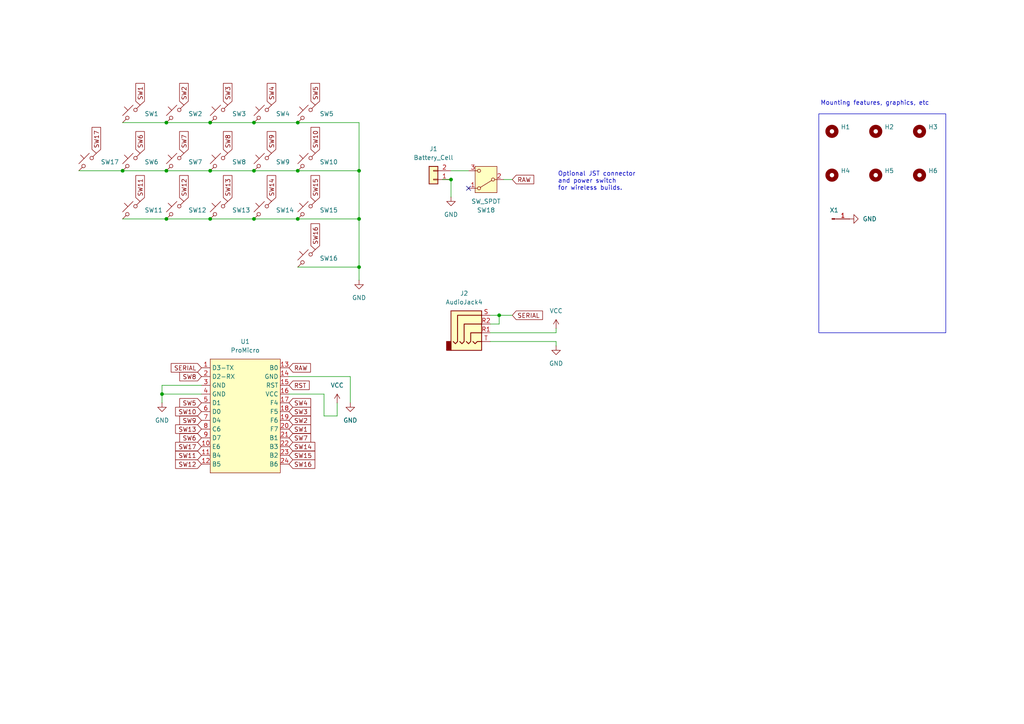
<source format=kicad_sch>
(kicad_sch
	(version 20231120)
	(generator "eeschema")
	(generator_version "8.0")
	(uuid "f3b8583d-5af4-40c4-95a8-98575f92f97f")
	(paper "A4")
	(lib_symbols
		(symbol "Connector:Conn_01x01_Pin"
			(pin_names
				(offset 1.016) hide)
			(exclude_from_sim no)
			(in_bom yes)
			(on_board yes)
			(property "Reference" "J"
				(at 0 2.54 0)
				(effects
					(font
						(size 1.27 1.27)
					)
				)
			)
			(property "Value" "Conn_01x01_Pin"
				(at 0 -2.54 0)
				(effects
					(font
						(size 1.27 1.27)
					)
				)
			)
			(property "Footprint" ""
				(at 0 0 0)
				(effects
					(font
						(size 1.27 1.27)
					)
					(hide yes)
				)
			)
			(property "Datasheet" "~"
				(at 0 0 0)
				(effects
					(font
						(size 1.27 1.27)
					)
					(hide yes)
				)
			)
			(property "Description" "Generic connector, single row, 01x01, script generated"
				(at 0 0 0)
				(effects
					(font
						(size 1.27 1.27)
					)
					(hide yes)
				)
			)
			(property "ki_locked" ""
				(at 0 0 0)
				(effects
					(font
						(size 1.27 1.27)
					)
				)
			)
			(property "ki_keywords" "connector"
				(at 0 0 0)
				(effects
					(font
						(size 1.27 1.27)
					)
					(hide yes)
				)
			)
			(property "ki_fp_filters" "Connector*:*_1x??_*"
				(at 0 0 0)
				(effects
					(font
						(size 1.27 1.27)
					)
					(hide yes)
				)
			)
			(symbol "Conn_01x01_Pin_1_1"
				(polyline
					(pts
						(xy 1.27 0) (xy 0.8636 0)
					)
					(stroke
						(width 0.1524)
						(type default)
					)
					(fill
						(type none)
					)
				)
				(rectangle
					(start 0.8636 0.127)
					(end 0 -0.127)
					(stroke
						(width 0.1524)
						(type default)
					)
					(fill
						(type outline)
					)
				)
				(pin passive line
					(at 5.08 0 180)
					(length 3.81)
					(name "Pin_1"
						(effects
							(font
								(size 1.27 1.27)
							)
						)
					)
					(number "1"
						(effects
							(font
								(size 1.27 1.27)
							)
						)
					)
				)
			)
		)
		(symbol "Connector_Audio:AudioJack4"
			(exclude_from_sim no)
			(in_bom yes)
			(on_board yes)
			(property "Reference" "J"
				(at 0 8.89 0)
				(effects
					(font
						(size 1.27 1.27)
					)
				)
			)
			(property "Value" "AudioJack4"
				(at 0 6.35 0)
				(effects
					(font
						(size 1.27 1.27)
					)
				)
			)
			(property "Footprint" ""
				(at 0 0 0)
				(effects
					(font
						(size 1.27 1.27)
					)
					(hide yes)
				)
			)
			(property "Datasheet" "~"
				(at 0 0 0)
				(effects
					(font
						(size 1.27 1.27)
					)
					(hide yes)
				)
			)
			(property "Description" "Audio Jack, 4 Poles (TRRS)"
				(at 0 0 0)
				(effects
					(font
						(size 1.27 1.27)
					)
					(hide yes)
				)
			)
			(property "ki_keywords" "audio jack receptacle stereo headphones TRRS connector"
				(at 0 0 0)
				(effects
					(font
						(size 1.27 1.27)
					)
					(hide yes)
				)
			)
			(property "ki_fp_filters" "Jack*"
				(at 0 0 0)
				(effects
					(font
						(size 1.27 1.27)
					)
					(hide yes)
				)
			)
			(symbol "AudioJack4_0_1"
				(rectangle
					(start -6.35 -5.08)
					(end -7.62 -7.62)
					(stroke
						(width 0.254)
						(type default)
					)
					(fill
						(type outline)
					)
				)
				(polyline
					(pts
						(xy 0 -5.08) (xy 0.635 -5.715) (xy 1.27 -5.08) (xy 2.54 -5.08)
					)
					(stroke
						(width 0.254)
						(type default)
					)
					(fill
						(type none)
					)
				)
				(polyline
					(pts
						(xy -5.715 -5.08) (xy -5.08 -5.715) (xy -4.445 -5.08) (xy -4.445 2.54) (xy 2.54 2.54)
					)
					(stroke
						(width 0.254)
						(type default)
					)
					(fill
						(type none)
					)
				)
				(polyline
					(pts
						(xy -1.905 -5.08) (xy -1.27 -5.715) (xy -0.635 -5.08) (xy -0.635 -2.54) (xy 2.54 -2.54)
					)
					(stroke
						(width 0.254)
						(type default)
					)
					(fill
						(type none)
					)
				)
				(polyline
					(pts
						(xy 2.54 0) (xy -2.54 0) (xy -2.54 -5.08) (xy -3.175 -5.715) (xy -3.81 -5.08)
					)
					(stroke
						(width 0.254)
						(type default)
					)
					(fill
						(type none)
					)
				)
				(rectangle
					(start 2.54 3.81)
					(end -6.35 -7.62)
					(stroke
						(width 0.254)
						(type default)
					)
					(fill
						(type background)
					)
				)
			)
			(symbol "AudioJack4_1_1"
				(pin passive line
					(at 5.08 -2.54 180)
					(length 2.54)
					(name "~"
						(effects
							(font
								(size 1.27 1.27)
							)
						)
					)
					(number "R1"
						(effects
							(font
								(size 1.27 1.27)
							)
						)
					)
				)
				(pin passive line
					(at 5.08 0 180)
					(length 2.54)
					(name "~"
						(effects
							(font
								(size 1.27 1.27)
							)
						)
					)
					(number "R2"
						(effects
							(font
								(size 1.27 1.27)
							)
						)
					)
				)
				(pin passive line
					(at 5.08 2.54 180)
					(length 2.54)
					(name "~"
						(effects
							(font
								(size 1.27 1.27)
							)
						)
					)
					(number "S"
						(effects
							(font
								(size 1.27 1.27)
							)
						)
					)
				)
				(pin passive line
					(at 5.08 -5.08 180)
					(length 2.54)
					(name "~"
						(effects
							(font
								(size 1.27 1.27)
							)
						)
					)
					(number "T"
						(effects
							(font
								(size 1.27 1.27)
							)
						)
					)
				)
			)
		)
		(symbol "Connector_Generic:Conn_01x02"
			(pin_names
				(offset 1.016) hide)
			(exclude_from_sim no)
			(in_bom yes)
			(on_board yes)
			(property "Reference" "J"
				(at 0 2.54 0)
				(effects
					(font
						(size 1.27 1.27)
					)
				)
			)
			(property "Value" "Conn_01x02"
				(at 0 -5.08 0)
				(effects
					(font
						(size 1.27 1.27)
					)
				)
			)
			(property "Footprint" ""
				(at 0 0 0)
				(effects
					(font
						(size 1.27 1.27)
					)
					(hide yes)
				)
			)
			(property "Datasheet" "~"
				(at 0 0 0)
				(effects
					(font
						(size 1.27 1.27)
					)
					(hide yes)
				)
			)
			(property "Description" "Generic connector, single row, 01x02, script generated (kicad-library-utils/schlib/autogen/connector/)"
				(at 0 0 0)
				(effects
					(font
						(size 1.27 1.27)
					)
					(hide yes)
				)
			)
			(property "ki_keywords" "connector"
				(at 0 0 0)
				(effects
					(font
						(size 1.27 1.27)
					)
					(hide yes)
				)
			)
			(property "ki_fp_filters" "Connector*:*_1x??_*"
				(at 0 0 0)
				(effects
					(font
						(size 1.27 1.27)
					)
					(hide yes)
				)
			)
			(symbol "Conn_01x02_1_1"
				(rectangle
					(start -1.27 -2.413)
					(end 0 -2.667)
					(stroke
						(width 0.1524)
						(type default)
					)
					(fill
						(type none)
					)
				)
				(rectangle
					(start -1.27 0.127)
					(end 0 -0.127)
					(stroke
						(width 0.1524)
						(type default)
					)
					(fill
						(type none)
					)
				)
				(rectangle
					(start -1.27 1.27)
					(end 1.27 -3.81)
					(stroke
						(width 0.254)
						(type default)
					)
					(fill
						(type background)
					)
				)
				(pin passive line
					(at -5.08 0 0)
					(length 3.81)
					(name "Pin_1"
						(effects
							(font
								(size 1.27 1.27)
							)
						)
					)
					(number "1"
						(effects
							(font
								(size 1.27 1.27)
							)
						)
					)
				)
				(pin passive line
					(at -5.08 -2.54 0)
					(length 3.81)
					(name "Pin_2"
						(effects
							(font
								(size 1.27 1.27)
							)
						)
					)
					(number "2"
						(effects
							(font
								(size 1.27 1.27)
							)
						)
					)
				)
			)
		)
		(symbol "Mechanical:MountingHole"
			(pin_names
				(offset 1.016)
			)
			(exclude_from_sim yes)
			(in_bom no)
			(on_board yes)
			(property "Reference" "H"
				(at 0 5.08 0)
				(effects
					(font
						(size 1.27 1.27)
					)
				)
			)
			(property "Value" "MountingHole"
				(at 0 3.175 0)
				(effects
					(font
						(size 1.27 1.27)
					)
				)
			)
			(property "Footprint" ""
				(at 0 0 0)
				(effects
					(font
						(size 1.27 1.27)
					)
					(hide yes)
				)
			)
			(property "Datasheet" "~"
				(at 0 0 0)
				(effects
					(font
						(size 1.27 1.27)
					)
					(hide yes)
				)
			)
			(property "Description" "Mounting Hole without connection"
				(at 0 0 0)
				(effects
					(font
						(size 1.27 1.27)
					)
					(hide yes)
				)
			)
			(property "ki_keywords" "mounting hole"
				(at 0 0 0)
				(effects
					(font
						(size 1.27 1.27)
					)
					(hide yes)
				)
			)
			(property "ki_fp_filters" "MountingHole*"
				(at 0 0 0)
				(effects
					(font
						(size 1.27 1.27)
					)
					(hide yes)
				)
			)
			(symbol "MountingHole_0_1"
				(circle
					(center 0 0)
					(radius 1.27)
					(stroke
						(width 1.27)
						(type default)
					)
					(fill
						(type none)
					)
				)
			)
		)
		(symbol "PCM_marbastlib-promicroish:Arduino_ProMicro"
			(exclude_from_sim no)
			(in_bom no)
			(on_board yes)
			(property "Reference" "U"
				(at 0 20.32 0)
				(effects
					(font
						(size 1.27 1.27)
					)
				)
			)
			(property "Value" "ProMicro"
				(at 0 17.78 0)
				(effects
					(font
						(size 1.27 1.27)
					)
				)
			)
			(property "Footprint" "PCM_marbastlib-xp-promicroish:ProMicro_USBup"
				(at 0 -30.48 0)
				(effects
					(font
						(size 1.27 1.27)
					)
					(hide yes)
				)
			)
			(property "Datasheet" ""
				(at -12.7 13.97 0)
				(effects
					(font
						(size 1.27 1.27)
					)
					(hide yes)
				)
			)
			(property "Description" "Symbol for an Arduino Pro Micro"
				(at 0 0 0)
				(effects
					(font
						(size 1.27 1.27)
					)
					(hide yes)
				)
			)
			(symbol "Arduino_ProMicro_0_0"
				(pin bidirectional line
					(at -12.7 13.97 0)
					(length 2.54)
					(name "D3-TX"
						(effects
							(font
								(size 1.27 1.27)
							)
						)
					)
					(number "1"
						(effects
							(font
								(size 1.27 1.27)
							)
						)
					)
				)
				(pin bidirectional line
					(at -12.7 -8.89 0)
					(length 2.54)
					(name "E6"
						(effects
							(font
								(size 1.27 1.27)
							)
						)
					)
					(number "10"
						(effects
							(font
								(size 1.27 1.27)
							)
						)
					)
				)
				(pin bidirectional line
					(at -12.7 -11.43 0)
					(length 2.54)
					(name "B4"
						(effects
							(font
								(size 1.27 1.27)
							)
						)
					)
					(number "11"
						(effects
							(font
								(size 1.27 1.27)
							)
						)
					)
				)
				(pin bidirectional line
					(at -12.7 -13.97 0)
					(length 2.54)
					(name "B5"
						(effects
							(font
								(size 1.27 1.27)
							)
						)
					)
					(number "12"
						(effects
							(font
								(size 1.27 1.27)
							)
						)
					)
				)
				(pin power_out line
					(at 12.7 11.43 180)
					(length 2.54)
					(name "GND"
						(effects
							(font
								(size 1.27 1.27)
							)
						)
					)
					(number "14"
						(effects
							(font
								(size 1.27 1.27)
							)
						)
					)
				)
				(pin bidirectional line
					(at 12.7 8.89 180)
					(length 2.54)
					(name "RST"
						(effects
							(font
								(size 1.27 1.27)
							)
						)
					)
					(number "15"
						(effects
							(font
								(size 1.27 1.27)
							)
						)
					)
				)
				(pin bidirectional line
					(at 12.7 3.81 180)
					(length 2.54)
					(name "F4"
						(effects
							(font
								(size 1.27 1.27)
							)
						)
					)
					(number "17"
						(effects
							(font
								(size 1.27 1.27)
							)
						)
					)
				)
				(pin bidirectional line
					(at 12.7 1.27 180)
					(length 2.54)
					(name "F5"
						(effects
							(font
								(size 1.27 1.27)
							)
						)
					)
					(number "18"
						(effects
							(font
								(size 1.27 1.27)
							)
						)
					)
				)
				(pin bidirectional line
					(at 12.7 -1.27 180)
					(length 2.54)
					(name "F6"
						(effects
							(font
								(size 1.27 1.27)
							)
						)
					)
					(number "19"
						(effects
							(font
								(size 1.27 1.27)
							)
						)
					)
				)
				(pin bidirectional line
					(at -12.7 11.43 0)
					(length 2.54)
					(name "D2-RX"
						(effects
							(font
								(size 1.27 1.27)
							)
						)
					)
					(number "2"
						(effects
							(font
								(size 1.27 1.27)
							)
						)
					)
				)
				(pin bidirectional line
					(at 12.7 -3.81 180)
					(length 2.54)
					(name "F7"
						(effects
							(font
								(size 1.27 1.27)
							)
						)
					)
					(number "20"
						(effects
							(font
								(size 1.27 1.27)
							)
						)
					)
				)
				(pin bidirectional line
					(at 12.7 -6.35 180)
					(length 2.54)
					(name "B1"
						(effects
							(font
								(size 1.27 1.27)
							)
						)
					)
					(number "21"
						(effects
							(font
								(size 1.27 1.27)
							)
						)
					)
				)
				(pin bidirectional line
					(at 12.7 -8.89 180)
					(length 2.54)
					(name "B3"
						(effects
							(font
								(size 1.27 1.27)
							)
						)
					)
					(number "22"
						(effects
							(font
								(size 1.27 1.27)
							)
						)
					)
				)
				(pin bidirectional line
					(at 12.7 -11.43 180)
					(length 2.54)
					(name "B2"
						(effects
							(font
								(size 1.27 1.27)
							)
						)
					)
					(number "23"
						(effects
							(font
								(size 1.27 1.27)
							)
						)
					)
				)
				(pin bidirectional line
					(at 12.7 -13.97 180)
					(length 2.54)
					(name "B6"
						(effects
							(font
								(size 1.27 1.27)
							)
						)
					)
					(number "24"
						(effects
							(font
								(size 1.27 1.27)
							)
						)
					)
				)
				(pin power_out line
					(at -12.7 8.89 0)
					(length 2.54)
					(name "GND"
						(effects
							(font
								(size 1.27 1.27)
							)
						)
					)
					(number "3"
						(effects
							(font
								(size 1.27 1.27)
							)
						)
					)
				)
				(pin power_out line
					(at -12.7 6.35 0)
					(length 2.54)
					(name "GND"
						(effects
							(font
								(size 1.27 1.27)
							)
						)
					)
					(number "4"
						(effects
							(font
								(size 1.27 1.27)
							)
						)
					)
				)
				(pin bidirectional line
					(at -12.7 3.81 0)
					(length 2.54)
					(name "D1"
						(effects
							(font
								(size 1.27 1.27)
							)
						)
					)
					(number "5"
						(effects
							(font
								(size 1.27 1.27)
							)
						)
					)
				)
				(pin bidirectional line
					(at -12.7 1.27 0)
					(length 2.54)
					(name "D0"
						(effects
							(font
								(size 1.27 1.27)
							)
						)
					)
					(number "6"
						(effects
							(font
								(size 1.27 1.27)
							)
						)
					)
				)
				(pin bidirectional line
					(at -12.7 -1.27 0)
					(length 2.54)
					(name "D4"
						(effects
							(font
								(size 1.27 1.27)
							)
						)
					)
					(number "7"
						(effects
							(font
								(size 1.27 1.27)
							)
						)
					)
				)
				(pin bidirectional line
					(at -12.7 -3.81 0)
					(length 2.54)
					(name "C6"
						(effects
							(font
								(size 1.27 1.27)
							)
						)
					)
					(number "8"
						(effects
							(font
								(size 1.27 1.27)
							)
						)
					)
				)
				(pin bidirectional line
					(at -12.7 -6.35 0)
					(length 2.54)
					(name "D7"
						(effects
							(font
								(size 1.27 1.27)
							)
						)
					)
					(number "9"
						(effects
							(font
								(size 1.27 1.27)
							)
						)
					)
				)
			)
			(symbol "Arduino_ProMicro_1_0"
				(pin bidirectional line
					(at 12.7 13.97 180)
					(length 2.54)
					(name "B0"
						(effects
							(font
								(size 1.27 1.27)
							)
						)
					)
					(number "13"
						(effects
							(font
								(size 1.27 1.27)
							)
						)
					)
				)
				(pin power_out line
					(at 12.7 6.35 180)
					(length 2.54)
					(name "VCC"
						(effects
							(font
								(size 1.27 1.27)
							)
						)
					)
					(number "16"
						(effects
							(font
								(size 1.27 1.27)
							)
						)
					)
				)
			)
			(symbol "Arduino_ProMicro_1_1"
				(rectangle
					(start -10.16 16.51)
					(end 10.16 -16.51)
					(stroke
						(width 0)
						(type default)
					)
					(fill
						(type background)
					)
				)
			)
		)
		(symbol "Switch:SW_Push_45deg"
			(pin_numbers hide)
			(pin_names
				(offset 1.016) hide)
			(exclude_from_sim no)
			(in_bom yes)
			(on_board yes)
			(property "Reference" "SW"
				(at 3.048 1.016 0)
				(effects
					(font
						(size 1.27 1.27)
					)
					(justify left)
				)
			)
			(property "Value" "SW_Push_45deg"
				(at 0 -3.81 0)
				(effects
					(font
						(size 1.27 1.27)
					)
				)
			)
			(property "Footprint" ""
				(at 0 0 0)
				(effects
					(font
						(size 1.27 1.27)
					)
					(hide yes)
				)
			)
			(property "Datasheet" "~"
				(at 0 0 0)
				(effects
					(font
						(size 1.27 1.27)
					)
					(hide yes)
				)
			)
			(property "Description" "Push button switch, normally open, two pins, 45° tilted"
				(at 0 0 0)
				(effects
					(font
						(size 1.27 1.27)
					)
					(hide yes)
				)
			)
			(property "ki_keywords" "switch normally-open pushbutton push-button"
				(at 0 0 0)
				(effects
					(font
						(size 1.27 1.27)
					)
					(hide yes)
				)
			)
			(symbol "SW_Push_45deg_0_1"
				(circle
					(center -1.1684 1.1684)
					(radius 0.508)
					(stroke
						(width 0)
						(type default)
					)
					(fill
						(type none)
					)
				)
				(polyline
					(pts
						(xy -0.508 2.54) (xy 2.54 -0.508)
					)
					(stroke
						(width 0)
						(type default)
					)
					(fill
						(type none)
					)
				)
				(polyline
					(pts
						(xy 1.016 1.016) (xy 2.032 2.032)
					)
					(stroke
						(width 0)
						(type default)
					)
					(fill
						(type none)
					)
				)
				(polyline
					(pts
						(xy -2.54 2.54) (xy -1.524 1.524) (xy -1.524 1.524)
					)
					(stroke
						(width 0)
						(type default)
					)
					(fill
						(type none)
					)
				)
				(polyline
					(pts
						(xy 1.524 -1.524) (xy 2.54 -2.54) (xy 2.54 -2.54) (xy 2.54 -2.54)
					)
					(stroke
						(width 0)
						(type default)
					)
					(fill
						(type none)
					)
				)
				(circle
					(center 1.143 -1.1938)
					(radius 0.508)
					(stroke
						(width 0)
						(type default)
					)
					(fill
						(type none)
					)
				)
				(pin passive line
					(at -2.54 2.54 0)
					(length 0)
					(name "1"
						(effects
							(font
								(size 1.27 1.27)
							)
						)
					)
					(number "1"
						(effects
							(font
								(size 1.27 1.27)
							)
						)
					)
				)
				(pin passive line
					(at 2.54 -2.54 180)
					(length 0)
					(name "2"
						(effects
							(font
								(size 1.27 1.27)
							)
						)
					)
					(number "2"
						(effects
							(font
								(size 1.27 1.27)
							)
						)
					)
				)
			)
		)
		(symbol "Switch:SW_SPDT"
			(pin_names
				(offset 0) hide)
			(exclude_from_sim no)
			(in_bom yes)
			(on_board yes)
			(property "Reference" "SW"
				(at 0 5.08 0)
				(effects
					(font
						(size 1.27 1.27)
					)
				)
			)
			(property "Value" "SW_SPDT"
				(at 0 -5.08 0)
				(effects
					(font
						(size 1.27 1.27)
					)
				)
			)
			(property "Footprint" ""
				(at 0 0 0)
				(effects
					(font
						(size 1.27 1.27)
					)
					(hide yes)
				)
			)
			(property "Datasheet" "~"
				(at 0 -7.62 0)
				(effects
					(font
						(size 1.27 1.27)
					)
					(hide yes)
				)
			)
			(property "Description" "Switch, single pole double throw"
				(at 0 0 0)
				(effects
					(font
						(size 1.27 1.27)
					)
					(hide yes)
				)
			)
			(property "ki_keywords" "switch single-pole double-throw spdt ON-ON"
				(at 0 0 0)
				(effects
					(font
						(size 1.27 1.27)
					)
					(hide yes)
				)
			)
			(symbol "SW_SPDT_0_1"
				(circle
					(center -2.032 0)
					(radius 0.4572)
					(stroke
						(width 0)
						(type default)
					)
					(fill
						(type none)
					)
				)
				(polyline
					(pts
						(xy -1.651 0.254) (xy 1.651 2.286)
					)
					(stroke
						(width 0)
						(type default)
					)
					(fill
						(type none)
					)
				)
				(circle
					(center 2.032 -2.54)
					(radius 0.4572)
					(stroke
						(width 0)
						(type default)
					)
					(fill
						(type none)
					)
				)
				(circle
					(center 2.032 2.54)
					(radius 0.4572)
					(stroke
						(width 0)
						(type default)
					)
					(fill
						(type none)
					)
				)
			)
			(symbol "SW_SPDT_1_1"
				(rectangle
					(start -3.175 3.81)
					(end 3.175 -3.81)
					(stroke
						(width 0)
						(type default)
					)
					(fill
						(type background)
					)
				)
				(pin passive line
					(at 5.08 2.54 180)
					(length 2.54)
					(name "A"
						(effects
							(font
								(size 1.27 1.27)
							)
						)
					)
					(number "1"
						(effects
							(font
								(size 1.27 1.27)
							)
						)
					)
				)
				(pin passive line
					(at -5.08 0 0)
					(length 2.54)
					(name "B"
						(effects
							(font
								(size 1.27 1.27)
							)
						)
					)
					(number "2"
						(effects
							(font
								(size 1.27 1.27)
							)
						)
					)
				)
				(pin passive line
					(at 5.08 -2.54 180)
					(length 2.54)
					(name "C"
						(effects
							(font
								(size 1.27 1.27)
							)
						)
					)
					(number "3"
						(effects
							(font
								(size 1.27 1.27)
							)
						)
					)
				)
			)
		)
		(symbol "power:GND"
			(power)
			(pin_numbers hide)
			(pin_names
				(offset 0) hide)
			(exclude_from_sim no)
			(in_bom yes)
			(on_board yes)
			(property "Reference" "#PWR"
				(at 0 -6.35 0)
				(effects
					(font
						(size 1.27 1.27)
					)
					(hide yes)
				)
			)
			(property "Value" "GND"
				(at 0 -3.81 0)
				(effects
					(font
						(size 1.27 1.27)
					)
				)
			)
			(property "Footprint" ""
				(at 0 0 0)
				(effects
					(font
						(size 1.27 1.27)
					)
					(hide yes)
				)
			)
			(property "Datasheet" ""
				(at 0 0 0)
				(effects
					(font
						(size 1.27 1.27)
					)
					(hide yes)
				)
			)
			(property "Description" "Power symbol creates a global label with name \"GND\" , ground"
				(at 0 0 0)
				(effects
					(font
						(size 1.27 1.27)
					)
					(hide yes)
				)
			)
			(property "ki_keywords" "global power"
				(at 0 0 0)
				(effects
					(font
						(size 1.27 1.27)
					)
					(hide yes)
				)
			)
			(symbol "GND_0_1"
				(polyline
					(pts
						(xy 0 0) (xy 0 -1.27) (xy 1.27 -1.27) (xy 0 -2.54) (xy -1.27 -1.27) (xy 0 -1.27)
					)
					(stroke
						(width 0)
						(type default)
					)
					(fill
						(type none)
					)
				)
			)
			(symbol "GND_1_1"
				(pin power_in line
					(at 0 0 270)
					(length 0)
					(name "~"
						(effects
							(font
								(size 1.27 1.27)
							)
						)
					)
					(number "1"
						(effects
							(font
								(size 1.27 1.27)
							)
						)
					)
				)
			)
		)
		(symbol "power:VCC"
			(power)
			(pin_numbers hide)
			(pin_names
				(offset 0) hide)
			(exclude_from_sim no)
			(in_bom yes)
			(on_board yes)
			(property "Reference" "#PWR"
				(at 0 -3.81 0)
				(effects
					(font
						(size 1.27 1.27)
					)
					(hide yes)
				)
			)
			(property "Value" "VCC"
				(at 0 3.556 0)
				(effects
					(font
						(size 1.27 1.27)
					)
				)
			)
			(property "Footprint" ""
				(at 0 0 0)
				(effects
					(font
						(size 1.27 1.27)
					)
					(hide yes)
				)
			)
			(property "Datasheet" ""
				(at 0 0 0)
				(effects
					(font
						(size 1.27 1.27)
					)
					(hide yes)
				)
			)
			(property "Description" "Power symbol creates a global label with name \"VCC\""
				(at 0 0 0)
				(effects
					(font
						(size 1.27 1.27)
					)
					(hide yes)
				)
			)
			(property "ki_keywords" "global power"
				(at 0 0 0)
				(effects
					(font
						(size 1.27 1.27)
					)
					(hide yes)
				)
			)
			(symbol "VCC_0_1"
				(polyline
					(pts
						(xy -0.762 1.27) (xy 0 2.54)
					)
					(stroke
						(width 0)
						(type default)
					)
					(fill
						(type none)
					)
				)
				(polyline
					(pts
						(xy 0 0) (xy 0 2.54)
					)
					(stroke
						(width 0)
						(type default)
					)
					(fill
						(type none)
					)
				)
				(polyline
					(pts
						(xy 0 2.54) (xy 0.762 1.27)
					)
					(stroke
						(width 0)
						(type default)
					)
					(fill
						(type none)
					)
				)
			)
			(symbol "VCC_1_1"
				(pin power_in line
					(at 0 0 90)
					(length 0)
					(name "~"
						(effects
							(font
								(size 1.27 1.27)
							)
						)
					)
					(number "1"
						(effects
							(font
								(size 1.27 1.27)
							)
						)
					)
				)
			)
		)
	)
	(junction
		(at 73.66 49.53)
		(diameter 0)
		(color 0 0 0 0)
		(uuid "06f00c8c-8020-411c-972d-1b4514748cd2")
	)
	(junction
		(at 130.81 52.07)
		(diameter 0)
		(color 0 0 0 0)
		(uuid "14edeef0-4feb-4eef-891b-765306ad8e10")
	)
	(junction
		(at 104.14 49.53)
		(diameter 0)
		(color 0 0 0 0)
		(uuid "240dbce2-1b57-4902-862c-6cc39dc58db0")
	)
	(junction
		(at 86.36 35.56)
		(diameter 0)
		(color 0 0 0 0)
		(uuid "288f2527-71e2-4779-b170-105e4cd7fe9f")
	)
	(junction
		(at 86.36 63.5)
		(diameter 0)
		(color 0 0 0 0)
		(uuid "297bdc5c-ed29-4115-9d0e-5be3c80f28b5")
	)
	(junction
		(at 144.78 91.44)
		(diameter 0)
		(color 0 0 0 0)
		(uuid "3bb8971d-a32b-4a6c-9e69-da3bab9454da")
	)
	(junction
		(at 73.66 63.5)
		(diameter 0)
		(color 0 0 0 0)
		(uuid "40c56186-4b9f-4906-aec9-62f309a50d81")
	)
	(junction
		(at 35.56 49.53)
		(diameter 0)
		(color 0 0 0 0)
		(uuid "431e6715-e46a-43be-83c5-2ce3c3c5fd83")
	)
	(junction
		(at 48.26 63.5)
		(diameter 0)
		(color 0 0 0 0)
		(uuid "4826c6bb-258f-46f8-8f2b-c8f9897f7a02")
	)
	(junction
		(at 46.99 114.3)
		(diameter 0)
		(color 0 0 0 0)
		(uuid "5a06c57e-24d0-4f74-b493-ea9c548f8382")
	)
	(junction
		(at 60.96 63.5)
		(diameter 0)
		(color 0 0 0 0)
		(uuid "66457186-51c2-48ac-8573-d9616bc083da")
	)
	(junction
		(at 48.26 35.56)
		(diameter 0)
		(color 0 0 0 0)
		(uuid "7554ae14-b646-4c48-8fb2-1b22a2904c73")
	)
	(junction
		(at 86.36 49.53)
		(diameter 0)
		(color 0 0 0 0)
		(uuid "7b48b86e-4693-47ee-b868-694e55c94cf4")
	)
	(junction
		(at 60.96 35.56)
		(diameter 0)
		(color 0 0 0 0)
		(uuid "8728f778-2dde-4f1d-a891-aa01cc6ed5b3")
	)
	(junction
		(at 60.96 49.53)
		(diameter 0)
		(color 0 0 0 0)
		(uuid "9e3e84a8-a98b-4f6a-851e-ee5ba12b100b")
	)
	(junction
		(at 48.26 49.53)
		(diameter 0)
		(color 0 0 0 0)
		(uuid "beb28cc3-8eb6-4fc0-bde3-edc08662ed46")
	)
	(junction
		(at 104.14 63.5)
		(diameter 0)
		(color 0 0 0 0)
		(uuid "c2c067dd-3f2d-44b8-a757-35cd225d13ee")
	)
	(junction
		(at 104.14 77.47)
		(diameter 0)
		(color 0 0 0 0)
		(uuid "d2addac5-8213-4985-be63-d64bfc767ac0")
	)
	(junction
		(at 73.66 35.56)
		(diameter 0)
		(color 0 0 0 0)
		(uuid "e5fa86c5-7ba6-4a2d-b99f-310e597b2632")
	)
	(no_connect
		(at 135.89 54.61)
		(uuid "2bdfe37c-fd81-4d0f-8be9-ce9ca1f24da6")
	)
	(wire
		(pts
			(xy 142.24 99.06) (xy 161.29 99.06)
		)
		(stroke
			(width 0)
			(type default)
		)
		(uuid "07dbd55d-3a89-42dd-bde2-5db1b96482f3")
	)
	(wire
		(pts
			(xy 83.82 109.22) (xy 101.6 109.22)
		)
		(stroke
			(width 0)
			(type default)
		)
		(uuid "0e0a013a-3385-4d51-84ee-49ff35e216fb")
	)
	(wire
		(pts
			(xy 104.14 63.5) (xy 104.14 77.47)
		)
		(stroke
			(width 0)
			(type default)
		)
		(uuid "1778f882-56db-45c9-aeb6-c350f230011f")
	)
	(wire
		(pts
			(xy 130.81 52.07) (xy 130.81 57.15)
		)
		(stroke
			(width 0)
			(type default)
		)
		(uuid "1ad7dde3-a1b2-4bd2-ba53-6607aa8ae963")
	)
	(wire
		(pts
			(xy 86.36 63.5) (xy 104.14 63.5)
		)
		(stroke
			(width 0)
			(type default)
		)
		(uuid "24fde387-923e-4691-a237-1aae84511c45")
	)
	(wire
		(pts
			(xy 142.24 91.44) (xy 144.78 91.44)
		)
		(stroke
			(width 0)
			(type default)
		)
		(uuid "27782247-1911-447a-8217-4655856693e1")
	)
	(wire
		(pts
			(xy 93.98 114.3) (xy 93.98 120.65)
		)
		(stroke
			(width 0)
			(type default)
		)
		(uuid "27ec47b1-3dfb-4943-b244-8fc6cd3775e8")
	)
	(wire
		(pts
			(xy 35.56 35.56) (xy 48.26 35.56)
		)
		(stroke
			(width 0)
			(type default)
		)
		(uuid "292852b5-bd45-49e9-b6a1-77767e792d4c")
	)
	(wire
		(pts
			(xy 35.56 49.53) (xy 48.26 49.53)
		)
		(stroke
			(width 0)
			(type default)
		)
		(uuid "2b74f158-6e82-4c63-8d70-a30194e3a951")
	)
	(wire
		(pts
			(xy 135.89 49.53) (xy 130.81 49.53)
		)
		(stroke
			(width 0)
			(type default)
		)
		(uuid "317e74b2-12f7-4f71-a7e8-781d019db43b")
	)
	(wire
		(pts
			(xy 104.14 35.56) (xy 104.14 49.53)
		)
		(stroke
			(width 0)
			(type default)
		)
		(uuid "38f4516c-ca81-42ee-bd9e-71fe4e3b13a0")
	)
	(wire
		(pts
			(xy 46.99 111.76) (xy 46.99 114.3)
		)
		(stroke
			(width 0)
			(type default)
		)
		(uuid "4d2c716b-3807-40ae-a58d-2831a823c16e")
	)
	(wire
		(pts
			(xy 48.26 49.53) (xy 60.96 49.53)
		)
		(stroke
			(width 0)
			(type default)
		)
		(uuid "5ae5af5b-8b5f-4e6f-aaa1-4dee53da6acd")
	)
	(wire
		(pts
			(xy 144.78 91.44) (xy 148.59 91.44)
		)
		(stroke
			(width 0)
			(type default)
		)
		(uuid "623ecd6e-ffd2-4740-bbb0-3722353645d5")
	)
	(wire
		(pts
			(xy 144.78 93.98) (xy 144.78 91.44)
		)
		(stroke
			(width 0)
			(type default)
		)
		(uuid "6809335f-fe99-4c4a-8672-92bd2c7bb4dd")
	)
	(wire
		(pts
			(xy 48.26 35.56) (xy 60.96 35.56)
		)
		(stroke
			(width 0)
			(type default)
		)
		(uuid "688c2730-0129-4995-8ada-332e88dac7b6")
	)
	(wire
		(pts
			(xy 60.96 35.56) (xy 73.66 35.56)
		)
		(stroke
			(width 0)
			(type default)
		)
		(uuid "6eec9c3e-dacf-4699-813f-581430c813aa")
	)
	(wire
		(pts
			(xy 104.14 35.56) (xy 86.36 35.56)
		)
		(stroke
			(width 0)
			(type default)
		)
		(uuid "6fa52dd0-dff9-460f-92ce-7ea117b1cebf")
	)
	(wire
		(pts
			(xy 142.24 96.52) (xy 161.29 96.52)
		)
		(stroke
			(width 0)
			(type default)
		)
		(uuid "7fc43234-ae91-4903-8902-8bb7ba563f00")
	)
	(wire
		(pts
			(xy 101.6 109.22) (xy 101.6 116.84)
		)
		(stroke
			(width 0)
			(type default)
		)
		(uuid "83b6dac0-7713-4cf9-b9f6-28555a27fb8b")
	)
	(wire
		(pts
			(xy 73.66 35.56) (xy 86.36 35.56)
		)
		(stroke
			(width 0)
			(type default)
		)
		(uuid "89dc2013-1b70-40c3-82d5-c97094427450")
	)
	(wire
		(pts
			(xy 73.66 49.53) (xy 86.36 49.53)
		)
		(stroke
			(width 0)
			(type default)
		)
		(uuid "8c1bc206-099a-414a-8f55-76220f53bc5c")
	)
	(wire
		(pts
			(xy 104.14 49.53) (xy 104.14 63.5)
		)
		(stroke
			(width 0)
			(type default)
		)
		(uuid "912e4394-a253-42fa-a46d-62a00961cc7b")
	)
	(wire
		(pts
			(xy 83.82 114.3) (xy 93.98 114.3)
		)
		(stroke
			(width 0)
			(type default)
		)
		(uuid "94664797-cae5-40cf-ad63-e18ffb2bbede")
	)
	(wire
		(pts
			(xy 148.59 52.07) (xy 146.05 52.07)
		)
		(stroke
			(width 0)
			(type default)
		)
		(uuid "9b9add61-e5ff-403b-b989-34dd51105e38")
	)
	(wire
		(pts
			(xy 86.36 77.47) (xy 104.14 77.47)
		)
		(stroke
			(width 0)
			(type default)
		)
		(uuid "9de4d67b-8a25-4ab7-8e40-01c0d409c2aa")
	)
	(wire
		(pts
			(xy 73.66 63.5) (xy 86.36 63.5)
		)
		(stroke
			(width 0)
			(type default)
		)
		(uuid "a06bf4e6-680e-4d95-b46a-36e0d56a2477")
	)
	(wire
		(pts
			(xy 46.99 114.3) (xy 58.42 114.3)
		)
		(stroke
			(width 0)
			(type default)
		)
		(uuid "a22991a7-e2d8-4d59-a0f6-9143214efb0f")
	)
	(wire
		(pts
			(xy 22.86 49.53) (xy 35.56 49.53)
		)
		(stroke
			(width 0)
			(type default)
		)
		(uuid "a7bc8cf6-4f98-402b-983b-4a111aa40212")
	)
	(wire
		(pts
			(xy 35.56 63.5) (xy 48.26 63.5)
		)
		(stroke
			(width 0)
			(type default)
		)
		(uuid "b558c54b-69cd-4567-bf61-4f350e289104")
	)
	(wire
		(pts
			(xy 93.98 120.65) (xy 97.79 120.65)
		)
		(stroke
			(width 0)
			(type default)
		)
		(uuid "c1c66b11-7135-48be-ae2c-41e6d0ecd4df")
	)
	(wire
		(pts
			(xy 48.26 63.5) (xy 60.96 63.5)
		)
		(stroke
			(width 0)
			(type default)
		)
		(uuid "c7d953d6-02c3-4330-8426-3997c310315a")
	)
	(wire
		(pts
			(xy 142.24 93.98) (xy 144.78 93.98)
		)
		(stroke
			(width 0)
			(type default)
		)
		(uuid "df689108-be0b-4f89-8f96-b87ea6a6a0b6")
	)
	(wire
		(pts
			(xy 86.36 49.53) (xy 104.14 49.53)
		)
		(stroke
			(width 0)
			(type default)
		)
		(uuid "e44cb251-fcdb-4e34-9ee3-2dee1171a1b6")
	)
	(wire
		(pts
			(xy 161.29 99.06) (xy 161.29 100.33)
		)
		(stroke
			(width 0)
			(type default)
		)
		(uuid "e5ebb4f0-33df-4230-bab5-f30b135d4c5e")
	)
	(wire
		(pts
			(xy 60.96 63.5) (xy 73.66 63.5)
		)
		(stroke
			(width 0)
			(type default)
		)
		(uuid "e85c46c8-bd3b-481b-bde8-bc3761f6147f")
	)
	(wire
		(pts
			(xy 128.27 52.07) (xy 130.81 52.07)
		)
		(stroke
			(width 0)
			(type default)
		)
		(uuid "ecc3a325-a5b1-4f8d-9860-49413b41cce7")
	)
	(wire
		(pts
			(xy 60.96 49.53) (xy 73.66 49.53)
		)
		(stroke
			(width 0)
			(type default)
		)
		(uuid "ecd49764-a56f-4944-9ca4-d814e480080c")
	)
	(wire
		(pts
			(xy 46.99 114.3) (xy 46.99 116.84)
		)
		(stroke
			(width 0)
			(type default)
		)
		(uuid "f10b640a-93ab-4b23-8197-c9c898d81420")
	)
	(wire
		(pts
			(xy 161.29 96.52) (xy 161.29 95.25)
		)
		(stroke
			(width 0)
			(type default)
		)
		(uuid "f7a345b4-9f4e-4f59-a5bd-c1d48488ffea")
	)
	(wire
		(pts
			(xy 97.79 120.65) (xy 97.79 116.84)
		)
		(stroke
			(width 0)
			(type default)
		)
		(uuid "f8e19eb6-7995-4df1-9988-e20a5e862485")
	)
	(wire
		(pts
			(xy 58.42 111.76) (xy 46.99 111.76)
		)
		(stroke
			(width 0)
			(type default)
		)
		(uuid "fb796261-aca7-4641-ad1e-2210bad701fb")
	)
	(wire
		(pts
			(xy 104.14 77.47) (xy 104.14 81.28)
		)
		(stroke
			(width 0)
			(type default)
		)
		(uuid "ff2606e3-2813-47f2-9d51-97aebb036cb3")
	)
	(rectangle
		(start 237.49 33.02)
		(end 274.32 96.52)
		(stroke
			(width 0)
			(type default)
		)
		(fill
			(type none)
		)
		(uuid 34263a88-c12b-4db0-9e17-ed04e97193c7)
	)
	(text "Optional JST connector\nand power switch\nfor wireless builds."
		(exclude_from_sim no)
		(at 161.798 52.578 0)
		(effects
			(font
				(size 1.27 1.27)
			)
			(justify left)
		)
		(uuid "3b89bcf2-40ec-4c30-b787-6e4bc7d96eef")
	)
	(text "Mounting features, graphics, etc"
		(exclude_from_sim no)
		(at 253.746 29.972 0)
		(effects
			(font
				(size 1.27 1.27)
			)
		)
		(uuid "ef808109-161b-4ffc-9f0d-b6e03061d59e")
	)
	(global_label "SW11"
		(shape input)
		(at 58.42 132.08 180)
		(fields_autoplaced yes)
		(effects
			(font
				(size 1.27 1.27)
			)
			(justify right)
		)
		(uuid "13475d15-b737-4f1b-8be9-07648907db0c")
		(property "Intersheetrefs" "${INTERSHEET_REFS}"
			(at 50.3549 132.08 0)
			(effects
				(font
					(size 1.27 1.27)
				)
				(justify right)
				(hide yes)
			)
		)
	)
	(global_label "SW6"
		(shape input)
		(at 40.64 44.45 90)
		(fields_autoplaced yes)
		(effects
			(font
				(size 1.27 1.27)
			)
			(justify left)
		)
		(uuid "19fef9ca-972c-435e-9119-6776e47c29a7")
		(property "Intersheetrefs" "${INTERSHEET_REFS}"
			(at 40.64 37.5944 90)
			(effects
				(font
					(size 1.27 1.27)
				)
				(justify left)
				(hide yes)
			)
		)
	)
	(global_label "SW7"
		(shape input)
		(at 83.82 127 0)
		(fields_autoplaced yes)
		(effects
			(font
				(size 1.27 1.27)
			)
			(justify left)
		)
		(uuid "1cd4954b-c164-4b35-9b5f-280723ae02ef")
		(property "Intersheetrefs" "${INTERSHEET_REFS}"
			(at 90.6756 127 0)
			(effects
				(font
					(size 1.27 1.27)
				)
				(justify left)
				(hide yes)
			)
		)
	)
	(global_label "SW11"
		(shape input)
		(at 40.64 58.42 90)
		(fields_autoplaced yes)
		(effects
			(font
				(size 1.27 1.27)
			)
			(justify left)
		)
		(uuid "1f385ef1-b118-4c03-b360-f8bad537a7ab")
		(property "Intersheetrefs" "${INTERSHEET_REFS}"
			(at 40.64 50.3549 90)
			(effects
				(font
					(size 1.27 1.27)
				)
				(justify left)
				(hide yes)
			)
		)
	)
	(global_label "SW3"
		(shape input)
		(at 66.04 30.48 90)
		(fields_autoplaced yes)
		(effects
			(font
				(size 1.27 1.27)
			)
			(justify left)
		)
		(uuid "2152abc7-c0e0-4860-abfc-76739d94a43a")
		(property "Intersheetrefs" "${INTERSHEET_REFS}"
			(at 66.04 23.6244 90)
			(effects
				(font
					(size 1.27 1.27)
				)
				(justify left)
				(hide yes)
			)
		)
	)
	(global_label "SW17"
		(shape input)
		(at 58.42 129.54 180)
		(fields_autoplaced yes)
		(effects
			(font
				(size 1.27 1.27)
			)
			(justify right)
		)
		(uuid "2733bf31-dcc2-4ef8-a89a-2221e01f79a2")
		(property "Intersheetrefs" "${INTERSHEET_REFS}"
			(at 50.3549 129.54 0)
			(effects
				(font
					(size 1.27 1.27)
				)
				(justify right)
				(hide yes)
			)
		)
	)
	(global_label "RST"
		(shape input)
		(at 83.82 111.76 0)
		(fields_autoplaced yes)
		(effects
			(font
				(size 1.27 1.27)
			)
			(justify left)
		)
		(uuid "2e910672-e37e-4aca-bdce-af4cfcc5351f")
		(property "Intersheetrefs" "${INTERSHEET_REFS}"
			(at 90.2523 111.76 0)
			(effects
				(font
					(size 1.27 1.27)
				)
				(justify left)
				(hide yes)
			)
		)
	)
	(global_label "SW15"
		(shape input)
		(at 83.82 132.08 0)
		(fields_autoplaced yes)
		(effects
			(font
				(size 1.27 1.27)
			)
			(justify left)
		)
		(uuid "4ce0d81a-a153-483d-9b12-2b1817907477")
		(property "Intersheetrefs" "${INTERSHEET_REFS}"
			(at 91.8851 132.08 0)
			(effects
				(font
					(size 1.27 1.27)
				)
				(justify left)
				(hide yes)
			)
		)
	)
	(global_label "SW5"
		(shape input)
		(at 91.44 30.48 90)
		(fields_autoplaced yes)
		(effects
			(font
				(size 1.27 1.27)
			)
			(justify left)
		)
		(uuid "4d4be6ca-167f-418b-9635-d0e578ea4393")
		(property "Intersheetrefs" "${INTERSHEET_REFS}"
			(at 91.44 23.6244 90)
			(effects
				(font
					(size 1.27 1.27)
				)
				(justify left)
				(hide yes)
			)
		)
	)
	(global_label "SW10"
		(shape input)
		(at 91.44 44.45 90)
		(fields_autoplaced yes)
		(effects
			(font
				(size 1.27 1.27)
			)
			(justify left)
		)
		(uuid "4efd3f67-c618-4ce9-9f64-ce50b9f87b03")
		(property "Intersheetrefs" "${INTERSHEET_REFS}"
			(at 91.44 36.3849 90)
			(effects
				(font
					(size 1.27 1.27)
				)
				(justify left)
				(hide yes)
			)
		)
	)
	(global_label "SERIAL"
		(shape input)
		(at 148.59 91.44 0)
		(fields_autoplaced yes)
		(effects
			(font
				(size 1.27 1.27)
			)
			(justify left)
		)
		(uuid "54341747-766d-4552-9522-c64756d56c3d")
		(property "Intersheetrefs" "${INTERSHEET_REFS}"
			(at 157.9252 91.44 0)
			(effects
				(font
					(size 1.27 1.27)
				)
				(justify left)
				(hide yes)
			)
		)
	)
	(global_label "SW2"
		(shape input)
		(at 83.82 121.92 0)
		(fields_autoplaced yes)
		(effects
			(font
				(size 1.27 1.27)
			)
			(justify left)
		)
		(uuid "60c83524-916f-4f48-8bf5-d10f586a2ff6")
		(property "Intersheetrefs" "${INTERSHEET_REFS}"
			(at 90.6756 121.92 0)
			(effects
				(font
					(size 1.27 1.27)
				)
				(justify left)
				(hide yes)
			)
		)
	)
	(global_label "SW3"
		(shape input)
		(at 83.82 119.38 0)
		(fields_autoplaced yes)
		(effects
			(font
				(size 1.27 1.27)
			)
			(justify left)
		)
		(uuid "622c44a2-63e4-4906-91dc-f0a7881155b8")
		(property "Intersheetrefs" "${INTERSHEET_REFS}"
			(at 90.6756 119.38 0)
			(effects
				(font
					(size 1.27 1.27)
				)
				(justify left)
				(hide yes)
			)
		)
	)
	(global_label "SW8"
		(shape input)
		(at 58.42 109.22 180)
		(fields_autoplaced yes)
		(effects
			(font
				(size 1.27 1.27)
			)
			(justify right)
		)
		(uuid "69fe1377-a4d8-43ee-922f-31b1b0d63d7e")
		(property "Intersheetrefs" "${INTERSHEET_REFS}"
			(at 51.5644 109.22 0)
			(effects
				(font
					(size 1.27 1.27)
				)
				(justify right)
				(hide yes)
			)
		)
	)
	(global_label "SW4"
		(shape input)
		(at 83.82 116.84 0)
		(fields_autoplaced yes)
		(effects
			(font
				(size 1.27 1.27)
			)
			(justify left)
		)
		(uuid "70252511-1c73-482a-a8d9-d22e2950af13")
		(property "Intersheetrefs" "${INTERSHEET_REFS}"
			(at 90.6756 116.84 0)
			(effects
				(font
					(size 1.27 1.27)
				)
				(justify left)
				(hide yes)
			)
		)
	)
	(global_label "SW9"
		(shape input)
		(at 78.74 44.45 90)
		(fields_autoplaced yes)
		(effects
			(font
				(size 1.27 1.27)
			)
			(justify left)
		)
		(uuid "71d50343-677e-4e64-8952-0e4599c0e26d")
		(property "Intersheetrefs" "${INTERSHEET_REFS}"
			(at 78.74 37.5944 90)
			(effects
				(font
					(size 1.27 1.27)
				)
				(justify left)
				(hide yes)
			)
		)
	)
	(global_label "SW16"
		(shape input)
		(at 83.82 134.62 0)
		(fields_autoplaced yes)
		(effects
			(font
				(size 1.27 1.27)
			)
			(justify left)
		)
		(uuid "8000bd46-1eb1-4377-8a51-3f91e007e528")
		(property "Intersheetrefs" "${INTERSHEET_REFS}"
			(at 91.8851 134.62 0)
			(effects
				(font
					(size 1.27 1.27)
				)
				(justify left)
				(hide yes)
			)
		)
	)
	(global_label "RAW"
		(shape input)
		(at 83.82 106.68 0)
		(fields_autoplaced yes)
		(effects
			(font
				(size 1.27 1.27)
			)
			(justify left)
		)
		(uuid "804404c7-24d4-491e-857e-1845e5938748")
		(property "Intersheetrefs" "${INTERSHEET_REFS}"
			(at 90.6152 106.68 0)
			(effects
				(font
					(size 1.27 1.27)
				)
				(justify left)
				(hide yes)
			)
		)
	)
	(global_label "SW9"
		(shape input)
		(at 58.42 121.92 180)
		(fields_autoplaced yes)
		(effects
			(font
				(size 1.27 1.27)
			)
			(justify right)
		)
		(uuid "8369c92e-6033-4195-be00-b3dd1906e275")
		(property "Intersheetrefs" "${INTERSHEET_REFS}"
			(at 51.5644 121.92 0)
			(effects
				(font
					(size 1.27 1.27)
				)
				(justify right)
				(hide yes)
			)
		)
	)
	(global_label "SW1"
		(shape input)
		(at 83.82 124.46 0)
		(fields_autoplaced yes)
		(effects
			(font
				(size 1.27 1.27)
			)
			(justify left)
		)
		(uuid "84be5685-8c20-40bd-b895-f71a70f5747f")
		(property "Intersheetrefs" "${INTERSHEET_REFS}"
			(at 90.6756 124.46 0)
			(effects
				(font
					(size 1.27 1.27)
				)
				(justify left)
				(hide yes)
			)
		)
	)
	(global_label "SW13"
		(shape input)
		(at 66.04 58.42 90)
		(fields_autoplaced yes)
		(effects
			(font
				(size 1.27 1.27)
			)
			(justify left)
		)
		(uuid "8a9b5cbb-febf-4b4b-928d-a1fd2bb997a2")
		(property "Intersheetrefs" "${INTERSHEET_REFS}"
			(at 66.04 50.3549 90)
			(effects
				(font
					(size 1.27 1.27)
				)
				(justify left)
				(hide yes)
			)
		)
	)
	(global_label "SW10"
		(shape input)
		(at 58.42 119.38 180)
		(fields_autoplaced yes)
		(effects
			(font
				(size 1.27 1.27)
			)
			(justify right)
		)
		(uuid "8ccc4dff-a49c-4bfc-8e18-e696fd82b8d8")
		(property "Intersheetrefs" "${INTERSHEET_REFS}"
			(at 50.3549 119.38 0)
			(effects
				(font
					(size 1.27 1.27)
				)
				(justify right)
				(hide yes)
			)
		)
	)
	(global_label "RAW"
		(shape input)
		(at 148.59 52.07 0)
		(fields_autoplaced yes)
		(effects
			(font
				(size 1.27 1.27)
			)
			(justify left)
		)
		(uuid "93ac38b6-2ce8-4e90-8f92-adf2352a2f44")
		(property "Intersheetrefs" "${INTERSHEET_REFS}"
			(at 155.3852 52.07 0)
			(effects
				(font
					(size 1.27 1.27)
				)
				(justify left)
				(hide yes)
			)
		)
	)
	(global_label "SW8"
		(shape input)
		(at 66.04 44.45 90)
		(fields_autoplaced yes)
		(effects
			(font
				(size 1.27 1.27)
			)
			(justify left)
		)
		(uuid "94157464-7150-481c-bd44-71673c77c325")
		(property "Intersheetrefs" "${INTERSHEET_REFS}"
			(at 66.04 37.5944 90)
			(effects
				(font
					(size 1.27 1.27)
				)
				(justify left)
				(hide yes)
			)
		)
	)
	(global_label "SW6"
		(shape input)
		(at 58.42 127 180)
		(fields_autoplaced yes)
		(effects
			(font
				(size 1.27 1.27)
			)
			(justify right)
		)
		(uuid "ae7f7290-aa9e-4def-a326-0c9a078886df")
		(property "Intersheetrefs" "${INTERSHEET_REFS}"
			(at 51.5644 127 0)
			(effects
				(font
					(size 1.27 1.27)
				)
				(justify right)
				(hide yes)
			)
		)
	)
	(global_label "SERIAL"
		(shape input)
		(at 58.42 106.68 180)
		(fields_autoplaced yes)
		(effects
			(font
				(size 1.27 1.27)
			)
			(justify right)
		)
		(uuid "b4bccb0e-08ab-459d-96cd-c15c58edfcd0")
		(property "Intersheetrefs" "${INTERSHEET_REFS}"
			(at 49.0848 106.68 0)
			(effects
				(font
					(size 1.27 1.27)
				)
				(justify right)
				(hide yes)
			)
		)
	)
	(global_label "SW12"
		(shape input)
		(at 53.34 58.42 90)
		(fields_autoplaced yes)
		(effects
			(font
				(size 1.27 1.27)
			)
			(justify left)
		)
		(uuid "c4c4f116-a1af-48c7-aff2-06e7d991efc5")
		(property "Intersheetrefs" "${INTERSHEET_REFS}"
			(at 53.34 50.3549 90)
			(effects
				(font
					(size 1.27 1.27)
				)
				(justify left)
				(hide yes)
			)
		)
	)
	(global_label "SW1"
		(shape input)
		(at 40.64 30.48 90)
		(fields_autoplaced yes)
		(effects
			(font
				(size 1.27 1.27)
			)
			(justify left)
		)
		(uuid "d0431d40-2ae7-4b0d-b67a-e5f8a152f630")
		(property "Intersheetrefs" "${INTERSHEET_REFS}"
			(at 40.64 23.6244 90)
			(effects
				(font
					(size 1.27 1.27)
				)
				(justify left)
				(hide yes)
			)
		)
	)
	(global_label "SW5"
		(shape input)
		(at 58.42 116.84 180)
		(fields_autoplaced yes)
		(effects
			(font
				(size 1.27 1.27)
			)
			(justify right)
		)
		(uuid "d3d182a8-afb9-437d-87dc-14e82dd1f4fa")
		(property "Intersheetrefs" "${INTERSHEET_REFS}"
			(at 51.5644 116.84 0)
			(effects
				(font
					(size 1.27 1.27)
				)
				(justify right)
				(hide yes)
			)
		)
	)
	(global_label "SW16"
		(shape input)
		(at 91.44 72.39 90)
		(fields_autoplaced yes)
		(effects
			(font
				(size 1.27 1.27)
			)
			(justify left)
		)
		(uuid "d9eca21d-34d8-4a0e-9188-970c605b9a7a")
		(property "Intersheetrefs" "${INTERSHEET_REFS}"
			(at 91.44 64.3249 90)
			(effects
				(font
					(size 1.27 1.27)
				)
				(justify left)
				(hide yes)
			)
		)
	)
	(global_label "SW15"
		(shape input)
		(at 91.44 58.42 90)
		(fields_autoplaced yes)
		(effects
			(font
				(size 1.27 1.27)
			)
			(justify left)
		)
		(uuid "e7fdcbaf-86bf-43e8-8150-fa8ba605a3d5")
		(property "Intersheetrefs" "${INTERSHEET_REFS}"
			(at 91.44 50.3549 90)
			(effects
				(font
					(size 1.27 1.27)
				)
				(justify left)
				(hide yes)
			)
		)
	)
	(global_label "SW4"
		(shape input)
		(at 78.74 30.48 90)
		(fields_autoplaced yes)
		(effects
			(font
				(size 1.27 1.27)
			)
			(justify left)
		)
		(uuid "e88f5daf-6d76-4336-ab2c-12ea8e42ecc5")
		(property "Intersheetrefs" "${INTERSHEET_REFS}"
			(at 78.74 23.6244 90)
			(effects
				(font
					(size 1.27 1.27)
				)
				(justify left)
				(hide yes)
			)
		)
	)
	(global_label "SW13"
		(shape input)
		(at 58.42 124.46 180)
		(fields_autoplaced yes)
		(effects
			(font
				(size 1.27 1.27)
			)
			(justify right)
		)
		(uuid "eda55b32-55e3-4975-a03a-984ba13f7970")
		(property "Intersheetrefs" "${INTERSHEET_REFS}"
			(at 50.3549 124.46 0)
			(effects
				(font
					(size 1.27 1.27)
				)
				(justify right)
				(hide yes)
			)
		)
	)
	(global_label "SW12"
		(shape input)
		(at 58.42 134.62 180)
		(fields_autoplaced yes)
		(effects
			(font
				(size 1.27 1.27)
			)
			(justify right)
		)
		(uuid "eefd7cf9-1eb4-4f2e-b861-1500b631af1e")
		(property "Intersheetrefs" "${INTERSHEET_REFS}"
			(at 50.3549 134.62 0)
			(effects
				(font
					(size 1.27 1.27)
				)
				(justify right)
				(hide yes)
			)
		)
	)
	(global_label "SW17"
		(shape input)
		(at 27.94 44.45 90)
		(fields_autoplaced yes)
		(effects
			(font
				(size 1.27 1.27)
			)
			(justify left)
		)
		(uuid "f30d232e-0b27-4e7f-9298-1d8f27629c81")
		(property "Intersheetrefs" "${INTERSHEET_REFS}"
			(at 27.94 36.3849 90)
			(effects
				(font
					(size 1.27 1.27)
				)
				(justify left)
				(hide yes)
			)
		)
	)
	(global_label "SW14"
		(shape input)
		(at 78.74 58.42 90)
		(fields_autoplaced yes)
		(effects
			(font
				(size 1.27 1.27)
			)
			(justify left)
		)
		(uuid "f4b18a84-12c6-4801-b781-b5e76a5c1634")
		(property "Intersheetrefs" "${INTERSHEET_REFS}"
			(at 78.74 50.3549 90)
			(effects
				(font
					(size 1.27 1.27)
				)
				(justify left)
				(hide yes)
			)
		)
	)
	(global_label "SW14"
		(shape input)
		(at 83.82 129.54 0)
		(fields_autoplaced yes)
		(effects
			(font
				(size 1.27 1.27)
			)
			(justify left)
		)
		(uuid "f7ec40b7-fcb4-4fe6-97d7-81f58cfc8f1f")
		(property "Intersheetrefs" "${INTERSHEET_REFS}"
			(at 91.8851 129.54 0)
			(effects
				(font
					(size 1.27 1.27)
				)
				(justify left)
				(hide yes)
			)
		)
	)
	(global_label "SW2"
		(shape input)
		(at 53.34 30.48 90)
		(fields_autoplaced yes)
		(effects
			(font
				(size 1.27 1.27)
			)
			(justify left)
		)
		(uuid "fb4cb609-c0ed-4e44-85e9-791710fb8b51")
		(property "Intersheetrefs" "${INTERSHEET_REFS}"
			(at 53.34 23.6244 90)
			(effects
				(font
					(size 1.27 1.27)
				)
				(justify left)
				(hide yes)
			)
		)
	)
	(global_label "SW7"
		(shape input)
		(at 53.34 44.45 90)
		(fields_autoplaced yes)
		(effects
			(font
				(size 1.27 1.27)
			)
			(justify left)
		)
		(uuid "ff1ef340-66f0-433b-b5ff-8c20e94a12ef")
		(property "Intersheetrefs" "${INTERSHEET_REFS}"
			(at 53.34 37.5944 90)
			(effects
				(font
					(size 1.27 1.27)
				)
				(justify left)
				(hide yes)
			)
		)
	)
	(symbol
		(lib_id "Switch:SW_Push_45deg")
		(at 63.5 33.02 90)
		(unit 1)
		(exclude_from_sim no)
		(in_bom yes)
		(on_board yes)
		(dnp no)
		(fields_autoplaced yes)
		(uuid "0574b8d7-4e2d-4e26-82b7-cd4e5750f4ad")
		(property "Reference" "SW3"
			(at 67.31 33.0199 90)
			(effects
				(font
					(size 1.27 1.27)
				)
				(justify right)
			)
		)
		(property "Value" "SW_Push_45deg"
			(at 67.31 34.2899 90)
			(effects
				(font
					(size 1.27 1.27)
				)
				(justify right)
				(hide yes)
			)
		)
		(property "Footprint" "Library:Choc_Hotswap"
			(at 63.5 33.02 0)
			(effects
				(font
					(size 1.27 1.27)
				)
				(hide yes)
			)
		)
		(property "Datasheet" "~"
			(at 63.5 33.02 0)
			(effects
				(font
					(size 1.27 1.27)
				)
				(hide yes)
			)
		)
		(property "Description" "Push button switch, normally open, two pins, 45° tilted"
			(at 63.5 33.02 0)
			(effects
				(font
					(size 1.27 1.27)
				)
				(hide yes)
			)
		)
		(pin "2"
			(uuid "f1cb2fb8-a769-4d44-9cb5-506b03126af6")
		)
		(pin "1"
			(uuid "69caf411-ba8e-4473-8c9c-4b2935db5766")
		)
		(instances
			(project "egg34"
				(path "/f3b8583d-5af4-40c4-95a8-98575f92f97f"
					(reference "SW3")
					(unit 1)
				)
			)
		)
	)
	(symbol
		(lib_id "Switch:SW_Push_45deg")
		(at 76.2 60.96 90)
		(unit 1)
		(exclude_from_sim no)
		(in_bom yes)
		(on_board yes)
		(dnp no)
		(fields_autoplaced yes)
		(uuid "09292fdf-8e99-4c27-94ea-b62517cba406")
		(property "Reference" "SW14"
			(at 80.01 60.9599 90)
			(effects
				(font
					(size 1.27 1.27)
				)
				(justify right)
			)
		)
		(property "Value" "SW_Push_45deg"
			(at 80.01 62.2299 90)
			(effects
				(font
					(size 1.27 1.27)
				)
				(justify right)
				(hide yes)
			)
		)
		(property "Footprint" "Library:Choc_Hotswap"
			(at 76.2 60.96 0)
			(effects
				(font
					(size 1.27 1.27)
				)
				(hide yes)
			)
		)
		(property "Datasheet" "~"
			(at 76.2 60.96 0)
			(effects
				(font
					(size 1.27 1.27)
				)
				(hide yes)
			)
		)
		(property "Description" "Push button switch, normally open, two pins, 45° tilted"
			(at 76.2 60.96 0)
			(effects
				(font
					(size 1.27 1.27)
				)
				(hide yes)
			)
		)
		(pin "2"
			(uuid "652fc16e-d1eb-43de-9aa6-709aa1ce2d27")
		)
		(pin "1"
			(uuid "11971f5a-f265-4b1d-8637-fc9dbd3d5ac9")
		)
		(instances
			(project "egg34"
				(path "/f3b8583d-5af4-40c4-95a8-98575f92f97f"
					(reference "SW14")
					(unit 1)
				)
			)
		)
	)
	(symbol
		(lib_id "power:VCC")
		(at 161.29 95.25 0)
		(unit 1)
		(exclude_from_sim no)
		(in_bom yes)
		(on_board yes)
		(dnp no)
		(fields_autoplaced yes)
		(uuid "0971f981-f34f-44c9-ba85-e753d3c2be94")
		(property "Reference" "#PWR05"
			(at 161.29 99.06 0)
			(effects
				(font
					(size 1.27 1.27)
				)
				(hide yes)
			)
		)
		(property "Value" "VCC"
			(at 161.29 90.17 0)
			(effects
				(font
					(size 1.27 1.27)
				)
			)
		)
		(property "Footprint" ""
			(at 161.29 95.25 0)
			(effects
				(font
					(size 1.27 1.27)
				)
				(hide yes)
			)
		)
		(property "Datasheet" ""
			(at 161.29 95.25 0)
			(effects
				(font
					(size 1.27 1.27)
				)
				(hide yes)
			)
		)
		(property "Description" "Power symbol creates a global label with name \"VCC\""
			(at 161.29 95.25 0)
			(effects
				(font
					(size 1.27 1.27)
				)
				(hide yes)
			)
		)
		(pin "1"
			(uuid "6b926f9f-44cd-4b08-84aa-0c02cde21bf1")
		)
		(instances
			(project "egg34"
				(path "/f3b8583d-5af4-40c4-95a8-98575f92f97f"
					(reference "#PWR05")
					(unit 1)
				)
			)
		)
	)
	(symbol
		(lib_id "Mechanical:MountingHole")
		(at 266.7 50.8 0)
		(unit 1)
		(exclude_from_sim yes)
		(in_bom no)
		(on_board yes)
		(dnp no)
		(fields_autoplaced yes)
		(uuid "17cebcec-4f6e-4ae2-9fe5-f0995bc1d02e")
		(property "Reference" "H6"
			(at 269.24 49.5299 0)
			(effects
				(font
					(size 1.27 1.27)
				)
				(justify left)
			)
		)
		(property "Value" "MountingHole"
			(at 269.24 52.0699 0)
			(effects
				(font
					(size 1.27 1.27)
				)
				(justify left)
				(hide yes)
			)
		)
		(property "Footprint" "Library:MountingHole_2.2mm_M2"
			(at 266.7 50.8 0)
			(effects
				(font
					(size 1.27 1.27)
				)
				(hide yes)
			)
		)
		(property "Datasheet" "~"
			(at 266.7 50.8 0)
			(effects
				(font
					(size 1.27 1.27)
				)
				(hide yes)
			)
		)
		(property "Description" "Mounting Hole without connection"
			(at 266.7 50.8 0)
			(effects
				(font
					(size 1.27 1.27)
				)
				(hide yes)
			)
		)
		(instances
			(project "egg34"
				(path "/f3b8583d-5af4-40c4-95a8-98575f92f97f"
					(reference "H6")
					(unit 1)
				)
			)
		)
	)
	(symbol
		(lib_id "Switch:SW_Push_45deg")
		(at 38.1 33.02 90)
		(unit 1)
		(exclude_from_sim no)
		(in_bom yes)
		(on_board yes)
		(dnp no)
		(fields_autoplaced yes)
		(uuid "1dbdbc1d-04f1-469f-9032-c59274526e40")
		(property "Reference" "SW1"
			(at 41.91 33.0199 90)
			(effects
				(font
					(size 1.27 1.27)
				)
				(justify right)
			)
		)
		(property "Value" "SW_Push_45deg"
			(at 41.91 34.2899 90)
			(effects
				(font
					(size 1.27 1.27)
				)
				(justify right)
				(hide yes)
			)
		)
		(property "Footprint" "Library:Choc_Hotswap"
			(at 38.1 33.02 0)
			(effects
				(font
					(size 1.27 1.27)
				)
				(hide yes)
			)
		)
		(property "Datasheet" "~"
			(at 38.1 33.02 0)
			(effects
				(font
					(size 1.27 1.27)
				)
				(hide yes)
			)
		)
		(property "Description" "Push button switch, normally open, two pins, 45° tilted"
			(at 38.1 33.02 0)
			(effects
				(font
					(size 1.27 1.27)
				)
				(hide yes)
			)
		)
		(pin "2"
			(uuid "3e264247-c75a-49df-ac9f-7d16311ef76e")
		)
		(pin "1"
			(uuid "8db68958-e304-47ea-adbc-933e9ec0af68")
		)
		(instances
			(project ""
				(path "/f3b8583d-5af4-40c4-95a8-98575f92f97f"
					(reference "SW1")
					(unit 1)
				)
			)
		)
	)
	(symbol
		(lib_id "Connector_Audio:AudioJack4")
		(at 137.16 93.98 0)
		(unit 1)
		(exclude_from_sim no)
		(in_bom yes)
		(on_board yes)
		(dnp no)
		(fields_autoplaced yes)
		(uuid "1fb13168-932f-4b7b-ab3e-29594cef9d9a")
		(property "Reference" "J2"
			(at 134.62 85.09 0)
			(effects
				(font
					(size 1.27 1.27)
				)
			)
		)
		(property "Value" "AudioJack4"
			(at 134.62 87.63 0)
			(effects
				(font
					(size 1.27 1.27)
				)
			)
		)
		(property "Footprint" "Library:PJ-320A"
			(at 137.16 93.98 0)
			(effects
				(font
					(size 1.27 1.27)
				)
				(hide yes)
			)
		)
		(property "Datasheet" "~"
			(at 137.16 93.98 0)
			(effects
				(font
					(size 1.27 1.27)
				)
				(hide yes)
			)
		)
		(property "Description" "Audio Jack, 4 Poles (TRRS)"
			(at 137.16 93.98 0)
			(effects
				(font
					(size 1.27 1.27)
				)
				(hide yes)
			)
		)
		(pin "R1"
			(uuid "3c6a2054-9e58-4222-b6a6-c59c32e52e80")
		)
		(pin "R2"
			(uuid "0fbae271-6c23-4bc2-96f3-889e59884462")
		)
		(pin "T"
			(uuid "3e5690a1-e1f5-46fe-ba8a-c8bbb89bd258")
		)
		(pin "S"
			(uuid "8b79676c-7dac-47b1-ae04-b5ac2b271d91")
		)
		(instances
			(project ""
				(path "/f3b8583d-5af4-40c4-95a8-98575f92f97f"
					(reference "J2")
					(unit 1)
				)
			)
		)
	)
	(symbol
		(lib_id "power:GND")
		(at 161.29 100.33 0)
		(unit 1)
		(exclude_from_sim no)
		(in_bom yes)
		(on_board yes)
		(dnp no)
		(fields_autoplaced yes)
		(uuid "1fdb055b-7269-4640-92b7-52c2109626e3")
		(property "Reference" "#PWR03"
			(at 161.29 106.68 0)
			(effects
				(font
					(size 1.27 1.27)
				)
				(hide yes)
			)
		)
		(property "Value" "GND"
			(at 161.29 105.41 0)
			(effects
				(font
					(size 1.27 1.27)
				)
			)
		)
		(property "Footprint" ""
			(at 161.29 100.33 0)
			(effects
				(font
					(size 1.27 1.27)
				)
				(hide yes)
			)
		)
		(property "Datasheet" ""
			(at 161.29 100.33 0)
			(effects
				(font
					(size 1.27 1.27)
				)
				(hide yes)
			)
		)
		(property "Description" "Power symbol creates a global label with name \"GND\" , ground"
			(at 161.29 100.33 0)
			(effects
				(font
					(size 1.27 1.27)
				)
				(hide yes)
			)
		)
		(pin "1"
			(uuid "0c774e1a-9d34-47ca-a2f2-05abaeb87b57")
		)
		(instances
			(project "egg34"
				(path "/f3b8583d-5af4-40c4-95a8-98575f92f97f"
					(reference "#PWR03")
					(unit 1)
				)
			)
		)
	)
	(symbol
		(lib_id "Switch:SW_Push_45deg")
		(at 63.5 46.99 90)
		(unit 1)
		(exclude_from_sim no)
		(in_bom yes)
		(on_board yes)
		(dnp no)
		(fields_autoplaced yes)
		(uuid "28f704b2-d1a8-473b-80c8-25d7f38ae4eb")
		(property "Reference" "SW8"
			(at 67.31 46.9899 90)
			(effects
				(font
					(size 1.27 1.27)
				)
				(justify right)
			)
		)
		(property "Value" "SW_Push_45deg"
			(at 67.31 48.2599 90)
			(effects
				(font
					(size 1.27 1.27)
				)
				(justify right)
				(hide yes)
			)
		)
		(property "Footprint" "Library:Choc_Hotswap"
			(at 63.5 46.99 0)
			(effects
				(font
					(size 1.27 1.27)
				)
				(hide yes)
			)
		)
		(property "Datasheet" "~"
			(at 63.5 46.99 0)
			(effects
				(font
					(size 1.27 1.27)
				)
				(hide yes)
			)
		)
		(property "Description" "Push button switch, normally open, two pins, 45° tilted"
			(at 63.5 46.99 0)
			(effects
				(font
					(size 1.27 1.27)
				)
				(hide yes)
			)
		)
		(pin "2"
			(uuid "3f1ac6c8-66bf-4cc6-a50e-f9d0f70efc2a")
		)
		(pin "1"
			(uuid "6419fd1c-29ef-40a6-9ef0-5930563ed0ee")
		)
		(instances
			(project "egg34"
				(path "/f3b8583d-5af4-40c4-95a8-98575f92f97f"
					(reference "SW8")
					(unit 1)
				)
			)
		)
	)
	(symbol
		(lib_id "Switch:SW_Push_45deg")
		(at 88.9 74.93 90)
		(unit 1)
		(exclude_from_sim no)
		(in_bom yes)
		(on_board yes)
		(dnp no)
		(fields_autoplaced yes)
		(uuid "3713534d-8b6e-43b9-b70b-f46f2c39edb5")
		(property "Reference" "SW16"
			(at 92.71 74.9299 90)
			(effects
				(font
					(size 1.27 1.27)
				)
				(justify right)
			)
		)
		(property "Value" "SW_Push_45deg"
			(at 92.71 76.1999 90)
			(effects
				(font
					(size 1.27 1.27)
				)
				(justify right)
				(hide yes)
			)
		)
		(property "Footprint" "Library:Choc_Hotswap"
			(at 88.9 74.93 0)
			(effects
				(font
					(size 1.27 1.27)
				)
				(hide yes)
			)
		)
		(property "Datasheet" "~"
			(at 88.9 74.93 0)
			(effects
				(font
					(size 1.27 1.27)
				)
				(hide yes)
			)
		)
		(property "Description" "Push button switch, normally open, two pins, 45° tilted"
			(at 88.9 74.93 0)
			(effects
				(font
					(size 1.27 1.27)
				)
				(hide yes)
			)
		)
		(pin "2"
			(uuid "1cf759ca-97e2-4b5a-a8b9-40bfe27b6058")
		)
		(pin "1"
			(uuid "16a63e2a-888d-4b23-ad08-71cfcc4b5f59")
		)
		(instances
			(project "egg34"
				(path "/f3b8583d-5af4-40c4-95a8-98575f92f97f"
					(reference "SW16")
					(unit 1)
				)
			)
		)
	)
	(symbol
		(lib_id "Switch:SW_Push_45deg")
		(at 88.9 60.96 90)
		(unit 1)
		(exclude_from_sim no)
		(in_bom yes)
		(on_board yes)
		(dnp no)
		(fields_autoplaced yes)
		(uuid "38df891b-0946-4339-92e4-fa5fa9b2818e")
		(property "Reference" "SW15"
			(at 92.71 60.9599 90)
			(effects
				(font
					(size 1.27 1.27)
				)
				(justify right)
			)
		)
		(property "Value" "SW_Push_45deg"
			(at 92.71 62.2299 90)
			(effects
				(font
					(size 1.27 1.27)
				)
				(justify right)
				(hide yes)
			)
		)
		(property "Footprint" "Library:Choc_Hotswap"
			(at 88.9 60.96 0)
			(effects
				(font
					(size 1.27 1.27)
				)
				(hide yes)
			)
		)
		(property "Datasheet" "~"
			(at 88.9 60.96 0)
			(effects
				(font
					(size 1.27 1.27)
				)
				(hide yes)
			)
		)
		(property "Description" "Push button switch, normally open, two pins, 45° tilted"
			(at 88.9 60.96 0)
			(effects
				(font
					(size 1.27 1.27)
				)
				(hide yes)
			)
		)
		(pin "2"
			(uuid "24c12077-48c0-4ba2-a7ed-ba4445be82be")
		)
		(pin "1"
			(uuid "24872b0c-bead-4602-8b30-62d430161cb9")
		)
		(instances
			(project "egg34"
				(path "/f3b8583d-5af4-40c4-95a8-98575f92f97f"
					(reference "SW15")
					(unit 1)
				)
			)
		)
	)
	(symbol
		(lib_id "Switch:SW_Push_45deg")
		(at 76.2 33.02 90)
		(unit 1)
		(exclude_from_sim no)
		(in_bom yes)
		(on_board yes)
		(dnp no)
		(fields_autoplaced yes)
		(uuid "418e1dc5-bcfd-4916-9e99-5298f569ae5a")
		(property "Reference" "SW4"
			(at 80.01 33.0199 90)
			(effects
				(font
					(size 1.27 1.27)
				)
				(justify right)
			)
		)
		(property "Value" "SW_Push_45deg"
			(at 80.01 34.2899 90)
			(effects
				(font
					(size 1.27 1.27)
				)
				(justify right)
				(hide yes)
			)
		)
		(property "Footprint" "Library:Choc_Hotswap"
			(at 76.2 33.02 0)
			(effects
				(font
					(size 1.27 1.27)
				)
				(hide yes)
			)
		)
		(property "Datasheet" "~"
			(at 76.2 33.02 0)
			(effects
				(font
					(size 1.27 1.27)
				)
				(hide yes)
			)
		)
		(property "Description" "Push button switch, normally open, two pins, 45° tilted"
			(at 76.2 33.02 0)
			(effects
				(font
					(size 1.27 1.27)
				)
				(hide yes)
			)
		)
		(pin "2"
			(uuid "4f90527e-1784-486e-abf7-8209402ce7f5")
		)
		(pin "1"
			(uuid "dc878407-acba-46f7-8eb7-31e0ca21d075")
		)
		(instances
			(project "egg34"
				(path "/f3b8583d-5af4-40c4-95a8-98575f92f97f"
					(reference "SW4")
					(unit 1)
				)
			)
		)
	)
	(symbol
		(lib_id "Switch:SW_Push_45deg")
		(at 63.5 60.96 90)
		(unit 1)
		(exclude_from_sim no)
		(in_bom yes)
		(on_board yes)
		(dnp no)
		(fields_autoplaced yes)
		(uuid "427b71ff-8a0b-43f5-9f42-a726dc520eb6")
		(property "Reference" "SW13"
			(at 67.31 60.9599 90)
			(effects
				(font
					(size 1.27 1.27)
				)
				(justify right)
			)
		)
		(property "Value" "SW_Push_45deg"
			(at 67.31 62.2299 90)
			(effects
				(font
					(size 1.27 1.27)
				)
				(justify right)
				(hide yes)
			)
		)
		(property "Footprint" "Library:Choc_Hotswap"
			(at 63.5 60.96 0)
			(effects
				(font
					(size 1.27 1.27)
				)
				(hide yes)
			)
		)
		(property "Datasheet" "~"
			(at 63.5 60.96 0)
			(effects
				(font
					(size 1.27 1.27)
				)
				(hide yes)
			)
		)
		(property "Description" "Push button switch, normally open, two pins, 45° tilted"
			(at 63.5 60.96 0)
			(effects
				(font
					(size 1.27 1.27)
				)
				(hide yes)
			)
		)
		(pin "2"
			(uuid "76d762af-a0dd-4819-9a2a-e02188148cca")
		)
		(pin "1"
			(uuid "5db370e8-65a8-489d-b4ba-180e5e7130c7")
		)
		(instances
			(project "egg34"
				(path "/f3b8583d-5af4-40c4-95a8-98575f92f97f"
					(reference "SW13")
					(unit 1)
				)
			)
		)
	)
	(symbol
		(lib_id "power:GND")
		(at 246.38 63.5 90)
		(unit 1)
		(exclude_from_sim no)
		(in_bom yes)
		(on_board yes)
		(dnp no)
		(fields_autoplaced yes)
		(uuid "43e77c62-1358-43c4-a6f1-3fcb3c048ce7")
		(property "Reference" "#PWR04"
			(at 252.73 63.5 0)
			(effects
				(font
					(size 1.27 1.27)
				)
				(hide yes)
			)
		)
		(property "Value" "GND"
			(at 250.19 63.4999 90)
			(effects
				(font
					(size 1.27 1.27)
				)
				(justify right)
			)
		)
		(property "Footprint" ""
			(at 246.38 63.5 0)
			(effects
				(font
					(size 1.27 1.27)
				)
				(hide yes)
			)
		)
		(property "Datasheet" ""
			(at 246.38 63.5 0)
			(effects
				(font
					(size 1.27 1.27)
				)
				(hide yes)
			)
		)
		(property "Description" "Power symbol creates a global label with name \"GND\" , ground"
			(at 246.38 63.5 0)
			(effects
				(font
					(size 1.27 1.27)
				)
				(hide yes)
			)
		)
		(pin "1"
			(uuid "3a9a5cb6-ba02-4d38-bd02-bd50b6fd329c")
		)
		(instances
			(project "egg34"
				(path "/f3b8583d-5af4-40c4-95a8-98575f92f97f"
					(reference "#PWR04")
					(unit 1)
				)
			)
		)
	)
	(symbol
		(lib_id "power:GND")
		(at 46.99 116.84 0)
		(unit 1)
		(exclude_from_sim no)
		(in_bom yes)
		(on_board yes)
		(dnp no)
		(fields_autoplaced yes)
		(uuid "450d24cc-866a-4b9e-b35d-71c77a8121ce")
		(property "Reference" "#PWR07"
			(at 46.99 123.19 0)
			(effects
				(font
					(size 1.27 1.27)
				)
				(hide yes)
			)
		)
		(property "Value" "GND"
			(at 46.99 121.92 0)
			(effects
				(font
					(size 1.27 1.27)
				)
			)
		)
		(property "Footprint" ""
			(at 46.99 116.84 0)
			(effects
				(font
					(size 1.27 1.27)
				)
				(hide yes)
			)
		)
		(property "Datasheet" ""
			(at 46.99 116.84 0)
			(effects
				(font
					(size 1.27 1.27)
				)
				(hide yes)
			)
		)
		(property "Description" "Power symbol creates a global label with name \"GND\" , ground"
			(at 46.99 116.84 0)
			(effects
				(font
					(size 1.27 1.27)
				)
				(hide yes)
			)
		)
		(pin "1"
			(uuid "311e5a05-8d69-4e7d-b5d9-21c86dfd020a")
		)
		(instances
			(project "egg34"
				(path "/f3b8583d-5af4-40c4-95a8-98575f92f97f"
					(reference "#PWR07")
					(unit 1)
				)
			)
		)
	)
	(symbol
		(lib_id "Switch:SW_Push_45deg")
		(at 88.9 46.99 90)
		(unit 1)
		(exclude_from_sim no)
		(in_bom yes)
		(on_board yes)
		(dnp no)
		(fields_autoplaced yes)
		(uuid "4a6b4194-c993-41f7-8c4e-83a8dca53f98")
		(property "Reference" "SW10"
			(at 92.71 46.9899 90)
			(effects
				(font
					(size 1.27 1.27)
				)
				(justify right)
			)
		)
		(property "Value" "SW_Push_45deg"
			(at 92.71 48.2599 90)
			(effects
				(font
					(size 1.27 1.27)
				)
				(justify right)
				(hide yes)
			)
		)
		(property "Footprint" "Library:Choc_Hotswap"
			(at 88.9 46.99 0)
			(effects
				(font
					(size 1.27 1.27)
				)
				(hide yes)
			)
		)
		(property "Datasheet" "~"
			(at 88.9 46.99 0)
			(effects
				(font
					(size 1.27 1.27)
				)
				(hide yes)
			)
		)
		(property "Description" "Push button switch, normally open, two pins, 45° tilted"
			(at 88.9 46.99 0)
			(effects
				(font
					(size 1.27 1.27)
				)
				(hide yes)
			)
		)
		(pin "2"
			(uuid "c9121644-a668-481f-b394-e0d881df892f")
		)
		(pin "1"
			(uuid "ea1caa92-f14b-4d95-90ea-e0938bb766cc")
		)
		(instances
			(project "egg34"
				(path "/f3b8583d-5af4-40c4-95a8-98575f92f97f"
					(reference "SW10")
					(unit 1)
				)
			)
		)
	)
	(symbol
		(lib_id "Switch:SW_Push_45deg")
		(at 50.8 46.99 90)
		(unit 1)
		(exclude_from_sim no)
		(in_bom yes)
		(on_board yes)
		(dnp no)
		(fields_autoplaced yes)
		(uuid "4f1d21f7-ffb3-45b7-8e61-15366d87a16d")
		(property "Reference" "SW7"
			(at 54.61 46.9899 90)
			(effects
				(font
					(size 1.27 1.27)
				)
				(justify right)
			)
		)
		(property "Value" "SW_Push_45deg"
			(at 54.61 48.2599 90)
			(effects
				(font
					(size 1.27 1.27)
				)
				(justify right)
				(hide yes)
			)
		)
		(property "Footprint" "Library:Choc_Hotswap"
			(at 50.8 46.99 0)
			(effects
				(font
					(size 1.27 1.27)
				)
				(hide yes)
			)
		)
		(property "Datasheet" "~"
			(at 50.8 46.99 0)
			(effects
				(font
					(size 1.27 1.27)
				)
				(hide yes)
			)
		)
		(property "Description" "Push button switch, normally open, two pins, 45° tilted"
			(at 50.8 46.99 0)
			(effects
				(font
					(size 1.27 1.27)
				)
				(hide yes)
			)
		)
		(pin "2"
			(uuid "03653ae8-2ba3-41d6-bc55-23b6bf8ae6c7")
		)
		(pin "1"
			(uuid "02446c8c-8bad-4e17-a967-021ef45be126")
		)
		(instances
			(project "egg34"
				(path "/f3b8583d-5af4-40c4-95a8-98575f92f97f"
					(reference "SW7")
					(unit 1)
				)
			)
		)
	)
	(symbol
		(lib_id "power:GND")
		(at 130.81 57.15 0)
		(unit 1)
		(exclude_from_sim no)
		(in_bom yes)
		(on_board yes)
		(dnp no)
		(fields_autoplaced yes)
		(uuid "62930571-520c-42d2-93a6-550d763c6757")
		(property "Reference" "#PWR01"
			(at 130.81 63.5 0)
			(effects
				(font
					(size 1.27 1.27)
				)
				(hide yes)
			)
		)
		(property "Value" "GND"
			(at 130.81 62.23 0)
			(effects
				(font
					(size 1.27 1.27)
				)
			)
		)
		(property "Footprint" ""
			(at 130.81 57.15 0)
			(effects
				(font
					(size 1.27 1.27)
				)
				(hide yes)
			)
		)
		(property "Datasheet" ""
			(at 130.81 57.15 0)
			(effects
				(font
					(size 1.27 1.27)
				)
				(hide yes)
			)
		)
		(property "Description" "Power symbol creates a global label with name \"GND\" , ground"
			(at 130.81 57.15 0)
			(effects
				(font
					(size 1.27 1.27)
				)
				(hide yes)
			)
		)
		(pin "1"
			(uuid "22152112-5cd9-406b-8f5e-c3def29c5bcc")
		)
		(instances
			(project ""
				(path "/f3b8583d-5af4-40c4-95a8-98575f92f97f"
					(reference "#PWR01")
					(unit 1)
				)
			)
		)
	)
	(symbol
		(lib_id "Switch:SW_Push_45deg")
		(at 50.8 33.02 90)
		(unit 1)
		(exclude_from_sim no)
		(in_bom yes)
		(on_board yes)
		(dnp no)
		(fields_autoplaced yes)
		(uuid "64388411-c4af-4717-a556-cfb2bd3fb675")
		(property "Reference" "SW2"
			(at 54.61 33.0199 90)
			(effects
				(font
					(size 1.27 1.27)
				)
				(justify right)
			)
		)
		(property "Value" "SW_Push_45deg"
			(at 54.61 34.2899 90)
			(effects
				(font
					(size 1.27 1.27)
				)
				(justify right)
				(hide yes)
			)
		)
		(property "Footprint" "Library:Choc_Hotswap"
			(at 50.8 33.02 0)
			(effects
				(font
					(size 1.27 1.27)
				)
				(hide yes)
			)
		)
		(property "Datasheet" "~"
			(at 50.8 33.02 0)
			(effects
				(font
					(size 1.27 1.27)
				)
				(hide yes)
			)
		)
		(property "Description" "Push button switch, normally open, two pins, 45° tilted"
			(at 50.8 33.02 0)
			(effects
				(font
					(size 1.27 1.27)
				)
				(hide yes)
			)
		)
		(pin "2"
			(uuid "99ba6d85-67de-405a-aa3d-76dbc15fa8b4")
		)
		(pin "1"
			(uuid "d8473e9f-3c0a-4586-8a13-83810b8c6c35")
		)
		(instances
			(project "egg34"
				(path "/f3b8583d-5af4-40c4-95a8-98575f92f97f"
					(reference "SW2")
					(unit 1)
				)
			)
		)
	)
	(symbol
		(lib_id "Connector_Generic:Conn_01x02")
		(at 125.73 52.07 180)
		(unit 1)
		(exclude_from_sim no)
		(in_bom yes)
		(on_board yes)
		(dnp no)
		(fields_autoplaced yes)
		(uuid "653f3fed-6af9-4b31-8d9d-c83a0d5d51a2")
		(property "Reference" "J1"
			(at 125.73 43.18 0)
			(effects
				(font
					(size 1.27 1.27)
				)
			)
		)
		(property "Value" "Battery_Cell"
			(at 125.73 45.72 0)
			(effects
				(font
					(size 1.27 1.27)
				)
			)
		)
		(property "Footprint" "Library:JST_PH_S2B-PH-K_1x02_P2.00mm_Horizontal"
			(at 125.73 52.07 0)
			(effects
				(font
					(size 1.27 1.27)
				)
				(hide yes)
			)
		)
		(property "Datasheet" "~"
			(at 125.73 52.07 0)
			(effects
				(font
					(size 1.27 1.27)
				)
				(hide yes)
			)
		)
		(property "Description" "Generic connector, single row, 01x02, script generated (kicad-library-utils/schlib/autogen/connector/)"
			(at 125.73 52.07 0)
			(effects
				(font
					(size 1.27 1.27)
				)
				(hide yes)
			)
		)
		(pin "2"
			(uuid "6c2de6ea-5b57-4667-bdcf-58ce5066b10f")
		)
		(pin "1"
			(uuid "660f72a9-37b9-45fd-9c67-67f6d4b9b34e")
		)
		(instances
			(project ""
				(path "/f3b8583d-5af4-40c4-95a8-98575f92f97f"
					(reference "J1")
					(unit 1)
				)
			)
		)
	)
	(symbol
		(lib_id "Switch:SW_SPDT")
		(at 140.97 52.07 180)
		(unit 1)
		(exclude_from_sim no)
		(in_bom yes)
		(on_board yes)
		(dnp no)
		(fields_autoplaced yes)
		(uuid "66df6ae6-440b-4634-aed3-2163f6f5081d")
		(property "Reference" "SW18"
			(at 140.97 60.96 0)
			(effects
				(font
					(size 1.27 1.27)
				)
			)
		)
		(property "Value" "SW_SPDT"
			(at 140.97 58.42 0)
			(effects
				(font
					(size 1.27 1.27)
				)
			)
		)
		(property "Footprint" "Library:SW_Slide_SPDT_Angled_CK_OS102011MA1Q"
			(at 140.97 52.07 0)
			(effects
				(font
					(size 1.27 1.27)
				)
				(hide yes)
			)
		)
		(property "Datasheet" "~"
			(at 140.97 44.45 0)
			(effects
				(font
					(size 1.27 1.27)
				)
				(hide yes)
			)
		)
		(property "Description" "Switch, single pole double throw"
			(at 140.97 52.07 0)
			(effects
				(font
					(size 1.27 1.27)
				)
				(hide yes)
			)
		)
		(pin "3"
			(uuid "4b2b47ba-df76-4f54-b5db-48d723837e02")
		)
		(pin "2"
			(uuid "8f8ff7e2-79a7-452c-aa17-d002aea5a2a7")
		)
		(pin "1"
			(uuid "9acc54f2-00bd-4981-9b57-c84f4b77f2d1")
		)
		(instances
			(project ""
				(path "/f3b8583d-5af4-40c4-95a8-98575f92f97f"
					(reference "SW18")
					(unit 1)
				)
			)
		)
	)
	(symbol
		(lib_id "Switch:SW_Push_45deg")
		(at 76.2 46.99 90)
		(unit 1)
		(exclude_from_sim no)
		(in_bom yes)
		(on_board yes)
		(dnp no)
		(fields_autoplaced yes)
		(uuid "6d0586f5-9770-4c12-b861-16be371e1caf")
		(property "Reference" "SW9"
			(at 80.01 46.9899 90)
			(effects
				(font
					(size 1.27 1.27)
				)
				(justify right)
			)
		)
		(property "Value" "SW_Push_45deg"
			(at 80.01 48.2599 90)
			(effects
				(font
					(size 1.27 1.27)
				)
				(justify right)
				(hide yes)
			)
		)
		(property "Footprint" "Library:Choc_Hotswap"
			(at 76.2 46.99 0)
			(effects
				(font
					(size 1.27 1.27)
				)
				(hide yes)
			)
		)
		(property "Datasheet" "~"
			(at 76.2 46.99 0)
			(effects
				(font
					(size 1.27 1.27)
				)
				(hide yes)
			)
		)
		(property "Description" "Push button switch, normally open, two pins, 45° tilted"
			(at 76.2 46.99 0)
			(effects
				(font
					(size 1.27 1.27)
				)
				(hide yes)
			)
		)
		(pin "2"
			(uuid "a386d95b-8d9e-4457-b6c6-a5e38836fd35")
		)
		(pin "1"
			(uuid "f197ee4e-2672-4a7c-880b-c5ef7cebb045")
		)
		(instances
			(project "egg34"
				(path "/f3b8583d-5af4-40c4-95a8-98575f92f97f"
					(reference "SW9")
					(unit 1)
				)
			)
		)
	)
	(symbol
		(lib_id "Mechanical:MountingHole")
		(at 266.7 38.1 0)
		(unit 1)
		(exclude_from_sim yes)
		(in_bom no)
		(on_board yes)
		(dnp no)
		(fields_autoplaced yes)
		(uuid "787f4e48-3ad7-4ec3-9130-d67436299df1")
		(property "Reference" "H3"
			(at 269.24 36.8299 0)
			(effects
				(font
					(size 1.27 1.27)
				)
				(justify left)
			)
		)
		(property "Value" "MountingHole"
			(at 269.24 39.3699 0)
			(effects
				(font
					(size 1.27 1.27)
				)
				(justify left)
				(hide yes)
			)
		)
		(property "Footprint" "Library:MountingHole_2.2mm_M2"
			(at 266.7 38.1 0)
			(effects
				(font
					(size 1.27 1.27)
				)
				(hide yes)
			)
		)
		(property "Datasheet" "~"
			(at 266.7 38.1 0)
			(effects
				(font
					(size 1.27 1.27)
				)
				(hide yes)
			)
		)
		(property "Description" "Mounting Hole without connection"
			(at 266.7 38.1 0)
			(effects
				(font
					(size 1.27 1.27)
				)
				(hide yes)
			)
		)
		(instances
			(project "egg34"
				(path "/f3b8583d-5af4-40c4-95a8-98575f92f97f"
					(reference "H3")
					(unit 1)
				)
			)
		)
	)
	(symbol
		(lib_id "Switch:SW_Push_45deg")
		(at 38.1 46.99 90)
		(unit 1)
		(exclude_from_sim no)
		(in_bom yes)
		(on_board yes)
		(dnp no)
		(fields_autoplaced yes)
		(uuid "8130d7f8-5ac1-4224-b613-2fa40aecf295")
		(property "Reference" "SW6"
			(at 41.91 46.9899 90)
			(effects
				(font
					(size 1.27 1.27)
				)
				(justify right)
			)
		)
		(property "Value" "SW_Push_45deg"
			(at 41.91 48.2599 90)
			(effects
				(font
					(size 1.27 1.27)
				)
				(justify right)
				(hide yes)
			)
		)
		(property "Footprint" "Library:Choc_Hotswap"
			(at 38.1 46.99 0)
			(effects
				(font
					(size 1.27 1.27)
				)
				(hide yes)
			)
		)
		(property "Datasheet" "~"
			(at 38.1 46.99 0)
			(effects
				(font
					(size 1.27 1.27)
				)
				(hide yes)
			)
		)
		(property "Description" "Push button switch, normally open, two pins, 45° tilted"
			(at 38.1 46.99 0)
			(effects
				(font
					(size 1.27 1.27)
				)
				(hide yes)
			)
		)
		(pin "2"
			(uuid "ef2a46a7-a3b0-4a54-82b9-a7a48632743a")
		)
		(pin "1"
			(uuid "37ed7066-a532-4392-b21b-0f582382cb7c")
		)
		(instances
			(project "egg34"
				(path "/f3b8583d-5af4-40c4-95a8-98575f92f97f"
					(reference "SW6")
					(unit 1)
				)
			)
		)
	)
	(symbol
		(lib_id "Switch:SW_Push_45deg")
		(at 38.1 60.96 90)
		(unit 1)
		(exclude_from_sim no)
		(in_bom yes)
		(on_board yes)
		(dnp no)
		(fields_autoplaced yes)
		(uuid "883f305b-1080-4e86-97f6-2def2e68f9e1")
		(property "Reference" "SW11"
			(at 41.91 60.9599 90)
			(effects
				(font
					(size 1.27 1.27)
				)
				(justify right)
			)
		)
		(property "Value" "SW_Push_45deg"
			(at 41.91 62.2299 90)
			(effects
				(font
					(size 1.27 1.27)
				)
				(justify right)
				(hide yes)
			)
		)
		(property "Footprint" "Library:Choc_Hotswap"
			(at 38.1 60.96 0)
			(effects
				(font
					(size 1.27 1.27)
				)
				(hide yes)
			)
		)
		(property "Datasheet" "~"
			(at 38.1 60.96 0)
			(effects
				(font
					(size 1.27 1.27)
				)
				(hide yes)
			)
		)
		(property "Description" "Push button switch, normally open, two pins, 45° tilted"
			(at 38.1 60.96 0)
			(effects
				(font
					(size 1.27 1.27)
				)
				(hide yes)
			)
		)
		(pin "2"
			(uuid "a2225246-9f59-4363-8d23-beb768c41627")
		)
		(pin "1"
			(uuid "10f091d8-26be-49b3-9703-ecbdf30b25b8")
		)
		(instances
			(project "egg34"
				(path "/f3b8583d-5af4-40c4-95a8-98575f92f97f"
					(reference "SW11")
					(unit 1)
				)
			)
		)
	)
	(symbol
		(lib_id "Connector:Conn_01x01_Pin")
		(at 241.3 63.5 0)
		(unit 1)
		(exclude_from_sim no)
		(in_bom yes)
		(on_board yes)
		(dnp no)
		(fields_autoplaced yes)
		(uuid "9e2a12b1-5fd7-4452-86ca-25b4a82b4a2e")
		(property "Reference" "X1"
			(at 241.935 60.96 0)
			(effects
				(font
					(size 1.27 1.27)
				)
			)
		)
		(property "Value" "Tenting puck"
			(at 243.84 64.7699 0)
			(effects
				(font
					(size 1.27 1.27)
				)
				(justify left)
				(hide yes)
			)
		)
		(property "Footprint" "Library:TentingPuck_NoHole"
			(at 241.3 63.5 0)
			(effects
				(font
					(size 1.27 1.27)
				)
				(hide yes)
			)
		)
		(property "Datasheet" "~"
			(at 241.3 63.5 0)
			(effects
				(font
					(size 1.27 1.27)
				)
				(hide yes)
			)
		)
		(property "Description" "Generic connector, single row, 01x01, script generated"
			(at 241.3 63.5 0)
			(effects
				(font
					(size 1.27 1.27)
				)
				(hide yes)
			)
		)
		(pin "1"
			(uuid "dc46ca5c-2f8b-4517-bcbe-c85cfae77cba")
		)
		(instances
			(project "egg34"
				(path "/f3b8583d-5af4-40c4-95a8-98575f92f97f"
					(reference "X1")
					(unit 1)
				)
			)
		)
	)
	(symbol
		(lib_id "PCM_marbastlib-promicroish:Arduino_ProMicro")
		(at 71.12 120.65 0)
		(unit 1)
		(exclude_from_sim no)
		(in_bom no)
		(on_board yes)
		(dnp no)
		(fields_autoplaced yes)
		(uuid "a239c81b-dd2c-4016-92a9-f9719ab93e3d")
		(property "Reference" "U1"
			(at 71.12 99.06 0)
			(effects
				(font
					(size 1.27 1.27)
				)
			)
		)
		(property "Value" "ProMicro"
			(at 71.12 101.6 0)
			(effects
				(font
					(size 1.27 1.27)
				)
			)
		)
		(property "Footprint" "Library:ProMicro"
			(at 71.12 151.13 0)
			(effects
				(font
					(size 1.27 1.27)
				)
				(hide yes)
			)
		)
		(property "Datasheet" ""
			(at 58.42 106.68 0)
			(effects
				(font
					(size 1.27 1.27)
				)
				(hide yes)
			)
		)
		(property "Description" "Symbol for an Arduino Pro Micro"
			(at 71.12 120.65 0)
			(effects
				(font
					(size 1.27 1.27)
				)
				(hide yes)
			)
		)
		(pin "24"
			(uuid "18368209-d907-4ae0-b5e4-8b0398b7bd0d")
		)
		(pin "16"
			(uuid "8da6eca1-4748-43c8-a1aa-ee1406815bc2")
		)
		(pin "14"
			(uuid "e5186a5b-3ff0-4953-a406-da476f9c59ea")
		)
		(pin "22"
			(uuid "e740c319-31bd-4334-9ca5-6455f3399131")
		)
		(pin "11"
			(uuid "090f9658-5e08-496f-b047-dde9491595ce")
		)
		(pin "9"
			(uuid "54d84998-7d42-4254-84ac-3e42a6966b3e")
		)
		(pin "20"
			(uuid "a32b0e84-28bd-447b-bdb1-8ae262932da0")
		)
		(pin "6"
			(uuid "4b2d11e7-c632-4369-a20e-63f0f8a298e9")
		)
		(pin "19"
			(uuid "d16763b4-cf93-44ba-ba45-1eedac1c0188")
		)
		(pin "2"
			(uuid "591a7168-3e45-4036-a2b6-9f91fbd6680d")
		)
		(pin "3"
			(uuid "976d042b-4dbf-49b4-8c54-cf63a097d58e")
		)
		(pin "1"
			(uuid "fe45b566-b603-402f-962a-71721d7692d7")
		)
		(pin "8"
			(uuid "dbed308b-cd53-4b19-b86e-09fbb8cf5507")
		)
		(pin "5"
			(uuid "38895ebc-286c-42fe-a2b9-807cdd59316e")
		)
		(pin "21"
			(uuid "43990651-c2b6-429e-81c1-680a363b12de")
		)
		(pin "23"
			(uuid "17deb220-a3f4-4c6c-a4d8-f2facca074d5")
		)
		(pin "12"
			(uuid "59356ca9-0a38-4475-a8be-2cd1d1eabce4")
		)
		(pin "18"
			(uuid "34579cff-f573-4460-81aa-2c6777524b75")
		)
		(pin "17"
			(uuid "a53da4cb-6eef-46bc-af9c-895ba0a3a59b")
		)
		(pin "13"
			(uuid "7b2ac6f4-284f-4f5e-b78b-c975f9354d14")
		)
		(pin "15"
			(uuid "29f4da80-827d-475b-826d-8e2840698d29")
		)
		(pin "4"
			(uuid "ab4ed70c-1355-4c79-869d-94ddeb951f87")
		)
		(pin "10"
			(uuid "5f4570b7-c7d7-4822-8a4c-33e53a41195c")
		)
		(pin "7"
			(uuid "db6dca4f-b54a-4aa6-b497-f012bbbe5b91")
		)
		(instances
			(project ""
				(path "/f3b8583d-5af4-40c4-95a8-98575f92f97f"
					(reference "U1")
					(unit 1)
				)
			)
		)
	)
	(symbol
		(lib_id "Switch:SW_Push_45deg")
		(at 50.8 60.96 90)
		(unit 1)
		(exclude_from_sim no)
		(in_bom yes)
		(on_board yes)
		(dnp no)
		(fields_autoplaced yes)
		(uuid "a3aa1a80-a6c5-4131-bd04-be17cf550e16")
		(property "Reference" "SW12"
			(at 54.61 60.9599 90)
			(effects
				(font
					(size 1.27 1.27)
				)
				(justify right)
			)
		)
		(property "Value" "SW_Push_45deg"
			(at 54.61 62.2299 90)
			(effects
				(font
					(size 1.27 1.27)
				)
				(justify right)
				(hide yes)
			)
		)
		(property "Footprint" "Library:Choc_Hotswap"
			(at 50.8 60.96 0)
			(effects
				(font
					(size 1.27 1.27)
				)
				(hide yes)
			)
		)
		(property "Datasheet" "~"
			(at 50.8 60.96 0)
			(effects
				(font
					(size 1.27 1.27)
				)
				(hide yes)
			)
		)
		(property "Description" "Push button switch, normally open, two pins, 45° tilted"
			(at 50.8 60.96 0)
			(effects
				(font
					(size 1.27 1.27)
				)
				(hide yes)
			)
		)
		(pin "2"
			(uuid "13dd5dba-4ae7-4a92-b6c8-7a19399d4d75")
		)
		(pin "1"
			(uuid "ff2b0233-6427-4432-b351-2f4bbd0ccadf")
		)
		(instances
			(project "egg34"
				(path "/f3b8583d-5af4-40c4-95a8-98575f92f97f"
					(reference "SW12")
					(unit 1)
				)
			)
		)
	)
	(symbol
		(lib_id "power:GND")
		(at 101.6 116.84 0)
		(unit 1)
		(exclude_from_sim no)
		(in_bom yes)
		(on_board yes)
		(dnp no)
		(fields_autoplaced yes)
		(uuid "b0b70659-770d-4e73-95cc-2a410b5b25cf")
		(property "Reference" "#PWR06"
			(at 101.6 123.19 0)
			(effects
				(font
					(size 1.27 1.27)
				)
				(hide yes)
			)
		)
		(property "Value" "GND"
			(at 101.6 121.92 0)
			(effects
				(font
					(size 1.27 1.27)
				)
			)
		)
		(property "Footprint" ""
			(at 101.6 116.84 0)
			(effects
				(font
					(size 1.27 1.27)
				)
				(hide yes)
			)
		)
		(property "Datasheet" ""
			(at 101.6 116.84 0)
			(effects
				(font
					(size 1.27 1.27)
				)
				(hide yes)
			)
		)
		(property "Description" "Power symbol creates a global label with name \"GND\" , ground"
			(at 101.6 116.84 0)
			(effects
				(font
					(size 1.27 1.27)
				)
				(hide yes)
			)
		)
		(pin "1"
			(uuid "d3312f64-5c61-4d6e-b432-93a022c2f35c")
		)
		(instances
			(project "egg34"
				(path "/f3b8583d-5af4-40c4-95a8-98575f92f97f"
					(reference "#PWR06")
					(unit 1)
				)
			)
		)
	)
	(symbol
		(lib_id "Switch:SW_Push_45deg")
		(at 88.9 33.02 90)
		(unit 1)
		(exclude_from_sim no)
		(in_bom yes)
		(on_board yes)
		(dnp no)
		(fields_autoplaced yes)
		(uuid "c0601bb5-4594-4f27-b074-03204ac7575b")
		(property "Reference" "SW5"
			(at 92.71 33.0199 90)
			(effects
				(font
					(size 1.27 1.27)
				)
				(justify right)
			)
		)
		(property "Value" "SW_Push_45deg"
			(at 92.71 34.2899 90)
			(effects
				(font
					(size 1.27 1.27)
				)
				(justify right)
				(hide yes)
			)
		)
		(property "Footprint" "Library:Choc_Hotswap"
			(at 88.9 33.02 0)
			(effects
				(font
					(size 1.27 1.27)
				)
				(hide yes)
			)
		)
		(property "Datasheet" "~"
			(at 88.9 33.02 0)
			(effects
				(font
					(size 1.27 1.27)
				)
				(hide yes)
			)
		)
		(property "Description" "Push button switch, normally open, two pins, 45° tilted"
			(at 88.9 33.02 0)
			(effects
				(font
					(size 1.27 1.27)
				)
				(hide yes)
			)
		)
		(pin "2"
			(uuid "a5b2b70e-48ad-43f8-9e66-a347b06bbad5")
		)
		(pin "1"
			(uuid "2c0c5b24-8b7f-4212-bf27-f99f7bb6f26f")
		)
		(instances
			(project "egg34"
				(path "/f3b8583d-5af4-40c4-95a8-98575f92f97f"
					(reference "SW5")
					(unit 1)
				)
			)
		)
	)
	(symbol
		(lib_id "Mechanical:MountingHole")
		(at 241.3 38.1 0)
		(unit 1)
		(exclude_from_sim yes)
		(in_bom no)
		(on_board yes)
		(dnp no)
		(fields_autoplaced yes)
		(uuid "c52afbcb-97ea-4954-89a1-a582c2759641")
		(property "Reference" "H1"
			(at 243.84 36.8299 0)
			(effects
				(font
					(size 1.27 1.27)
				)
				(justify left)
			)
		)
		(property "Value" "MountingHole"
			(at 243.84 39.3699 0)
			(effects
				(font
					(size 1.27 1.27)
				)
				(justify left)
				(hide yes)
			)
		)
		(property "Footprint" "Library:MountingHole_2.2mm_M2"
			(at 241.3 38.1 0)
			(effects
				(font
					(size 1.27 1.27)
				)
				(hide yes)
			)
		)
		(property "Datasheet" "~"
			(at 241.3 38.1 0)
			(effects
				(font
					(size 1.27 1.27)
				)
				(hide yes)
			)
		)
		(property "Description" "Mounting Hole without connection"
			(at 241.3 38.1 0)
			(effects
				(font
					(size 1.27 1.27)
				)
				(hide yes)
			)
		)
		(instances
			(project ""
				(path "/f3b8583d-5af4-40c4-95a8-98575f92f97f"
					(reference "H1")
					(unit 1)
				)
			)
		)
	)
	(symbol
		(lib_id "power:VCC")
		(at 97.79 116.84 0)
		(unit 1)
		(exclude_from_sim no)
		(in_bom yes)
		(on_board yes)
		(dnp no)
		(fields_autoplaced yes)
		(uuid "dacacbcd-6c4b-4168-a12a-7b6089bf1a1a")
		(property "Reference" "#PWR02"
			(at 97.79 120.65 0)
			(effects
				(font
					(size 1.27 1.27)
				)
				(hide yes)
			)
		)
		(property "Value" "VCC"
			(at 97.79 111.76 0)
			(effects
				(font
					(size 1.27 1.27)
				)
			)
		)
		(property "Footprint" ""
			(at 97.79 116.84 0)
			(effects
				(font
					(size 1.27 1.27)
				)
				(hide yes)
			)
		)
		(property "Datasheet" ""
			(at 97.79 116.84 0)
			(effects
				(font
					(size 1.27 1.27)
				)
				(hide yes)
			)
		)
		(property "Description" "Power symbol creates a global label with name \"VCC\""
			(at 97.79 116.84 0)
			(effects
				(font
					(size 1.27 1.27)
				)
				(hide yes)
			)
		)
		(pin "1"
			(uuid "5d67cc9b-f933-4084-8e1e-0676294759e8")
		)
		(instances
			(project "egg34"
				(path "/f3b8583d-5af4-40c4-95a8-98575f92f97f"
					(reference "#PWR02")
					(unit 1)
				)
			)
		)
	)
	(symbol
		(lib_id "Mechanical:MountingHole")
		(at 254 38.1 0)
		(unit 1)
		(exclude_from_sim yes)
		(in_bom no)
		(on_board yes)
		(dnp no)
		(fields_autoplaced yes)
		(uuid "e18dac58-3121-4900-a6bc-dbbca5b70bc8")
		(property "Reference" "H2"
			(at 256.54 36.8299 0)
			(effects
				(font
					(size 1.27 1.27)
				)
				(justify left)
			)
		)
		(property "Value" "MountingHole"
			(at 256.54 39.3699 0)
			(effects
				(font
					(size 1.27 1.27)
				)
				(justify left)
				(hide yes)
			)
		)
		(property "Footprint" "Library:MountingHole_2.2mm_M2"
			(at 254 38.1 0)
			(effects
				(font
					(size 1.27 1.27)
				)
				(hide yes)
			)
		)
		(property "Datasheet" "~"
			(at 254 38.1 0)
			(effects
				(font
					(size 1.27 1.27)
				)
				(hide yes)
			)
		)
		(property "Description" "Mounting Hole without connection"
			(at 254 38.1 0)
			(effects
				(font
					(size 1.27 1.27)
				)
				(hide yes)
			)
		)
		(instances
			(project "egg34"
				(path "/f3b8583d-5af4-40c4-95a8-98575f92f97f"
					(reference "H2")
					(unit 1)
				)
			)
		)
	)
	(symbol
		(lib_id "Mechanical:MountingHole")
		(at 241.3 50.8 0)
		(unit 1)
		(exclude_from_sim yes)
		(in_bom no)
		(on_board yes)
		(dnp no)
		(fields_autoplaced yes)
		(uuid "e587bcc1-bd15-4670-8931-2c23cce033f7")
		(property "Reference" "H4"
			(at 243.84 49.5299 0)
			(effects
				(font
					(size 1.27 1.27)
				)
				(justify left)
			)
		)
		(property "Value" "MountingHole"
			(at 243.84 52.0699 0)
			(effects
				(font
					(size 1.27 1.27)
				)
				(justify left)
				(hide yes)
			)
		)
		(property "Footprint" "Library:MountingHole_2.2mm_M2"
			(at 241.3 50.8 0)
			(effects
				(font
					(size 1.27 1.27)
				)
				(hide yes)
			)
		)
		(property "Datasheet" "~"
			(at 241.3 50.8 0)
			(effects
				(font
					(size 1.27 1.27)
				)
				(hide yes)
			)
		)
		(property "Description" "Mounting Hole without connection"
			(at 241.3 50.8 0)
			(effects
				(font
					(size 1.27 1.27)
				)
				(hide yes)
			)
		)
		(instances
			(project "egg34"
				(path "/f3b8583d-5af4-40c4-95a8-98575f92f97f"
					(reference "H4")
					(unit 1)
				)
			)
		)
	)
	(symbol
		(lib_id "Mechanical:MountingHole")
		(at 254 50.8 0)
		(unit 1)
		(exclude_from_sim yes)
		(in_bom no)
		(on_board yes)
		(dnp no)
		(fields_autoplaced yes)
		(uuid "e62edf2b-cbee-401a-a717-5e0bca90baa3")
		(property "Reference" "H5"
			(at 256.54 49.5299 0)
			(effects
				(font
					(size 1.27 1.27)
				)
				(justify left)
			)
		)
		(property "Value" "MountingHole"
			(at 256.54 52.0699 0)
			(effects
				(font
					(size 1.27 1.27)
				)
				(justify left)
				(hide yes)
			)
		)
		(property "Footprint" "Library:MountingHole_2.2mm_M2"
			(at 254 50.8 0)
			(effects
				(font
					(size 1.27 1.27)
				)
				(hide yes)
			)
		)
		(property "Datasheet" "~"
			(at 254 50.8 0)
			(effects
				(font
					(size 1.27 1.27)
				)
				(hide yes)
			)
		)
		(property "Description" "Mounting Hole without connection"
			(at 254 50.8 0)
			(effects
				(font
					(size 1.27 1.27)
				)
				(hide yes)
			)
		)
		(instances
			(project "egg34"
				(path "/f3b8583d-5af4-40c4-95a8-98575f92f97f"
					(reference "H5")
					(unit 1)
				)
			)
		)
	)
	(symbol
		(lib_id "Switch:SW_Push_45deg")
		(at 25.4 46.99 90)
		(unit 1)
		(exclude_from_sim no)
		(in_bom yes)
		(on_board yes)
		(dnp no)
		(fields_autoplaced yes)
		(uuid "e7c8ad21-b891-47c7-9186-1ae8556ec4d5")
		(property "Reference" "SW17"
			(at 29.21 46.9899 90)
			(effects
				(font
					(size 1.27 1.27)
				)
				(justify right)
			)
		)
		(property "Value" "SW_Push_45deg"
			(at 29.21 48.2599 90)
			(effects
				(font
					(size 1.27 1.27)
				)
				(justify right)
				(hide yes)
			)
		)
		(property "Footprint" "Library:Choc_Hotswap"
			(at 25.4 46.99 0)
			(effects
				(font
					(size 1.27 1.27)
				)
				(hide yes)
			)
		)
		(property "Datasheet" "~"
			(at 25.4 46.99 0)
			(effects
				(font
					(size 1.27 1.27)
				)
				(hide yes)
			)
		)
		(property "Description" "Push button switch, normally open, two pins, 45° tilted"
			(at 25.4 46.99 0)
			(effects
				(font
					(size 1.27 1.27)
				)
				(hide yes)
			)
		)
		(pin "2"
			(uuid "96b5f383-0812-4cd9-be3f-da045cc743d1")
		)
		(pin "1"
			(uuid "0b11d24c-e8e2-4fca-a7ce-1a8e081c099c")
		)
		(instances
			(project "egg34"
				(path "/f3b8583d-5af4-40c4-95a8-98575f92f97f"
					(reference "SW17")
					(unit 1)
				)
			)
		)
	)
	(symbol
		(lib_id "power:GND")
		(at 104.14 81.28 0)
		(unit 1)
		(exclude_from_sim no)
		(in_bom yes)
		(on_board yes)
		(dnp no)
		(fields_autoplaced yes)
		(uuid "f95056fa-f85f-49dc-a44a-9cda68afad76")
		(property "Reference" "#PWR08"
			(at 104.14 87.63 0)
			(effects
				(font
					(size 1.27 1.27)
				)
				(hide yes)
			)
		)
		(property "Value" "GND"
			(at 104.14 86.36 0)
			(effects
				(font
					(size 1.27 1.27)
				)
			)
		)
		(property "Footprint" ""
			(at 104.14 81.28 0)
			(effects
				(font
					(size 1.27 1.27)
				)
				(hide yes)
			)
		)
		(property "Datasheet" ""
			(at 104.14 81.28 0)
			(effects
				(font
					(size 1.27 1.27)
				)
				(hide yes)
			)
		)
		(property "Description" "Power symbol creates a global label with name \"GND\" , ground"
			(at 104.14 81.28 0)
			(effects
				(font
					(size 1.27 1.27)
				)
				(hide yes)
			)
		)
		(pin "1"
			(uuid "bfec0007-a8ab-41ad-8579-013d21efdffc")
		)
		(instances
			(project "egg34"
				(path "/f3b8583d-5af4-40c4-95a8-98575f92f97f"
					(reference "#PWR08")
					(unit 1)
				)
			)
		)
	)
	(sheet_instances
		(path "/"
			(page "1")
		)
	)
)

</source>
